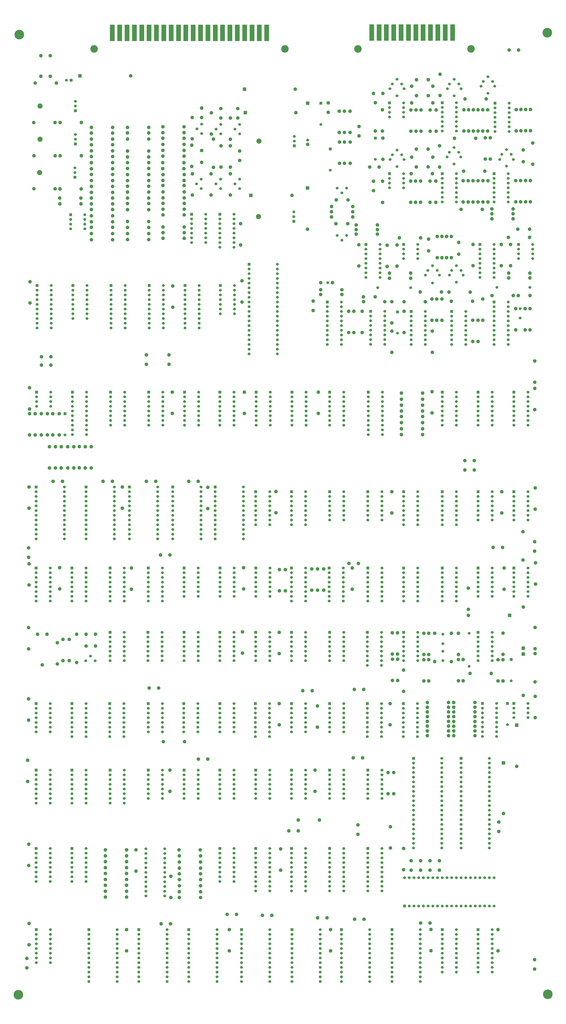
<source format=gbr>
%TF.GenerationSoftware,KiCad,Pcbnew,(6.0.1-0)*%
%TF.CreationDate,2022-02-08T11:31:06-05:00*%
%TF.ProjectId,atari_gravitar_black_widow,61746172-695f-4677-9261-76697461725f,rev?*%
%TF.SameCoordinates,Original*%
%TF.FileFunction,Soldermask,Bot*%
%TF.FilePolarity,Negative*%
%FSLAX46Y46*%
G04 Gerber Fmt 4.6, Leading zero omitted, Abs format (unit mm)*
G04 Created by KiCad (PCBNEW (6.0.1-0)) date 2022-02-08 11:31:06*
%MOMM*%
%LPD*%
G01*
G04 APERTURE LIST*
%ADD10C,1.905000*%
%ADD11R,1.524000X1.524000*%
%ADD12C,1.524000*%
%ADD13R,1.905000X1.905000*%
%ADD14C,4.064000*%
%ADD15C,2.794000*%
%ADD16R,2.540000X8.890000*%
%ADD17C,5.207000*%
G04 APERTURE END LIST*
D10*
X59156600Y-112826800D03*
X70586600Y-112826800D03*
X212471000Y-87630000D03*
X212471000Y-99060000D03*
X297942000Y-351917000D03*
X297942000Y-363347000D03*
D11*
X303784000Y-389763000D03*
D12*
X303784000Y-392303000D03*
X303784000Y-394843000D03*
X303784000Y-397383000D03*
X311404000Y-397383000D03*
X311404000Y-394843000D03*
X311404000Y-392303000D03*
X311404000Y-389763000D03*
D10*
X214376000Y-118745000D03*
X208026000Y-118745000D03*
X42418000Y-273304000D03*
X42418000Y-284734000D03*
X150368000Y-511556000D03*
X150368000Y-522986000D03*
X209677000Y-70993000D03*
X209677000Y-82423000D03*
D11*
X145288000Y-126492000D03*
D12*
X145288000Y-129032000D03*
X145288000Y-131572000D03*
X145288000Y-134112000D03*
X145288000Y-136652000D03*
X145288000Y-139192000D03*
X145288000Y-141732000D03*
X145288000Y-144272000D03*
X152908000Y-144272000D03*
X152908000Y-141732000D03*
X152908000Y-139192000D03*
X152908000Y-136652000D03*
X152908000Y-134112000D03*
X152908000Y-131572000D03*
X152908000Y-129032000D03*
X152908000Y-126492000D03*
X238252000Y-94488000D03*
X240792000Y-91948000D03*
X243332000Y-94488000D03*
D11*
X142748000Y-273304000D03*
D12*
X142748000Y-275844000D03*
X142748000Y-278384000D03*
X142748000Y-280924000D03*
X142748000Y-283464000D03*
X142748000Y-286004000D03*
X142748000Y-288544000D03*
X142748000Y-291084000D03*
X142748000Y-293624000D03*
X142748000Y-296164000D03*
X142748000Y-298704000D03*
X142748000Y-301244000D03*
X157988000Y-301244000D03*
X157988000Y-298704000D03*
X157988000Y-296164000D03*
X157988000Y-293624000D03*
X157988000Y-291084000D03*
X157988000Y-288544000D03*
X157988000Y-286004000D03*
X157988000Y-283464000D03*
X157988000Y-280924000D03*
X157988000Y-278384000D03*
X157988000Y-275844000D03*
X157988000Y-273304000D03*
D10*
X244348000Y-479298000D03*
X244348000Y-467868000D03*
X315341000Y-385953000D03*
X315341000Y-397383000D03*
X238252000Y-363220000D03*
X238252000Y-351790000D03*
X42926000Y-162814000D03*
X42926000Y-174244000D03*
X287020000Y-183515000D03*
X287020000Y-172085000D03*
D12*
X238252000Y-56388000D03*
X240792000Y-53848000D03*
X243332000Y-56388000D03*
X267970000Y-58928000D03*
D10*
X263652000Y-479552000D03*
X263652000Y-474472000D03*
X134874000Y-487934000D03*
X123444000Y-487934000D03*
D12*
X203454000Y-163322000D03*
D13*
X298196000Y-421767000D03*
D10*
X298196000Y-449072000D03*
D14*
X219710000Y-37465000D03*
D11*
X145288000Y-467868000D03*
D12*
X145288000Y-470408000D03*
X145288000Y-472948000D03*
X145288000Y-475488000D03*
X145288000Y-478028000D03*
X145288000Y-480568000D03*
X145288000Y-483108000D03*
X145288000Y-485648000D03*
X152908000Y-485648000D03*
X152908000Y-483108000D03*
X152908000Y-480568000D03*
X152908000Y-478028000D03*
X152908000Y-475488000D03*
X152908000Y-472948000D03*
X152908000Y-470408000D03*
X152908000Y-467868000D03*
D10*
X145923000Y-89662000D03*
X145923000Y-101092000D03*
X140716000Y-83312000D03*
X140716000Y-71882000D03*
X130505200Y-116128800D03*
X130505200Y-104698800D03*
D11*
X210820000Y-511556000D03*
D12*
X210820000Y-514096000D03*
X210820000Y-516636000D03*
X210820000Y-519176000D03*
X210820000Y-521716000D03*
X210820000Y-524256000D03*
X210820000Y-526796000D03*
X210820000Y-529336000D03*
X210820000Y-531876000D03*
X210820000Y-534416000D03*
X210820000Y-536956000D03*
X210820000Y-539496000D03*
X226060000Y-539496000D03*
X226060000Y-536956000D03*
X226060000Y-534416000D03*
X226060000Y-531876000D03*
X226060000Y-529336000D03*
X226060000Y-526796000D03*
X226060000Y-524256000D03*
X226060000Y-521716000D03*
X226060000Y-519176000D03*
X226060000Y-516636000D03*
X226060000Y-514096000D03*
X226060000Y-511556000D03*
D10*
X114554000Y-82550000D03*
X125984000Y-82550000D03*
D15*
X166370000Y-87122000D03*
D11*
X185420000Y-89662000D03*
D12*
X185420000Y-87122000D03*
X185420000Y-84582000D03*
D10*
X49123600Y-203149200D03*
X54203600Y-203149200D03*
X248666000Y-95758000D03*
X260096000Y-95758000D03*
X279400000Y-81661000D03*
X279400000Y-70231000D03*
X309880000Y-177292000D03*
X309880000Y-188722000D03*
X230251000Y-134747000D03*
X218821000Y-134747000D03*
X56515000Y-94996000D03*
X45085000Y-94996000D03*
X76073000Y-120904000D03*
X87503000Y-120904000D03*
D11*
X86106000Y-425704000D03*
D12*
X86106000Y-428244000D03*
X86106000Y-430784000D03*
X86106000Y-433324000D03*
X86106000Y-435864000D03*
X86106000Y-438404000D03*
X86106000Y-440944000D03*
X86106000Y-443484000D03*
X93726000Y-443484000D03*
X93726000Y-440944000D03*
X93726000Y-438404000D03*
X93726000Y-435864000D03*
X93726000Y-433324000D03*
X93726000Y-430784000D03*
X93726000Y-428244000D03*
X93726000Y-425704000D03*
D10*
X243205000Y-226060000D03*
X254635000Y-226060000D03*
X237998000Y-173583600D03*
X237998000Y-185013600D03*
D13*
X305308000Y-401447000D03*
D10*
X305308000Y-423672000D03*
X248285000Y-81788000D03*
X248285000Y-70358000D03*
X87376000Y-270256000D03*
X82296000Y-270256000D03*
D11*
X164592000Y-351536000D03*
D12*
X164592000Y-354076000D03*
X164592000Y-356616000D03*
X164592000Y-359156000D03*
X164592000Y-361696000D03*
X164592000Y-364236000D03*
X164592000Y-366776000D03*
X172212000Y-366776000D03*
X172212000Y-364236000D03*
X172212000Y-361696000D03*
X172212000Y-359156000D03*
X172212000Y-356616000D03*
X172212000Y-354076000D03*
X172212000Y-351536000D03*
D10*
X76073000Y-82804000D03*
X87503000Y-82804000D03*
D11*
X96520000Y-273304000D03*
D12*
X96520000Y-275844000D03*
X96520000Y-278384000D03*
X96520000Y-280924000D03*
X96520000Y-283464000D03*
X96520000Y-286004000D03*
X96520000Y-288544000D03*
X96520000Y-291084000D03*
X96520000Y-293624000D03*
X96520000Y-296164000D03*
X96520000Y-298704000D03*
X96520000Y-301244000D03*
X111760000Y-301244000D03*
X111760000Y-298704000D03*
X111760000Y-296164000D03*
X111760000Y-293624000D03*
X111760000Y-291084000D03*
X111760000Y-288544000D03*
X111760000Y-286004000D03*
X111760000Y-283464000D03*
X111760000Y-280924000D03*
X111760000Y-278384000D03*
X111760000Y-275844000D03*
X111760000Y-273304000D03*
D10*
X187579000Y-458343000D03*
X182499000Y-458343000D03*
X232918000Y-81661000D03*
X232918000Y-70231000D03*
X114706400Y-117703600D03*
X126136400Y-117703600D03*
X295656000Y-453644000D03*
X295656000Y-458724000D03*
D11*
X74676000Y-511556000D03*
D12*
X74676000Y-514096000D03*
X74676000Y-516636000D03*
X74676000Y-519176000D03*
X74676000Y-521716000D03*
X74676000Y-524256000D03*
X74676000Y-526796000D03*
X74676000Y-529336000D03*
X74676000Y-531876000D03*
X74676000Y-534416000D03*
X74676000Y-536956000D03*
X74676000Y-539496000D03*
X89916000Y-539496000D03*
X89916000Y-536956000D03*
X89916000Y-534416000D03*
X89916000Y-531876000D03*
X89916000Y-529336000D03*
X89916000Y-526796000D03*
X89916000Y-524256000D03*
X89916000Y-521716000D03*
X89916000Y-519176000D03*
X89916000Y-516636000D03*
X89916000Y-514096000D03*
X89916000Y-511556000D03*
D10*
X76073000Y-92329000D03*
X87503000Y-92329000D03*
X83566000Y-490855000D03*
X94996000Y-490855000D03*
X55245000Y-245237000D03*
X55245000Y-233807000D03*
D11*
X86106000Y-351536000D03*
D12*
X86106000Y-354076000D03*
X86106000Y-356616000D03*
X86106000Y-359156000D03*
X86106000Y-361696000D03*
X86106000Y-364236000D03*
X86106000Y-366776000D03*
X93726000Y-366776000D03*
X93726000Y-364236000D03*
X93726000Y-361696000D03*
X93726000Y-359156000D03*
X93726000Y-356616000D03*
X93726000Y-354076000D03*
X93726000Y-351536000D03*
D10*
X237109000Y-389890000D03*
X237109000Y-401320000D03*
X70358000Y-117729000D03*
X58928000Y-117729000D03*
X229108000Y-66421000D03*
X229108000Y-81661000D03*
D11*
X244348000Y-275844000D03*
D12*
X244348000Y-278384000D03*
X244348000Y-280924000D03*
X244348000Y-283464000D03*
X244348000Y-286004000D03*
X244348000Y-288544000D03*
X244348000Y-291084000D03*
X244348000Y-293624000D03*
X251968000Y-293624000D03*
X251968000Y-291084000D03*
X251968000Y-288544000D03*
X251968000Y-286004000D03*
X251968000Y-283464000D03*
X251968000Y-280924000D03*
X251968000Y-278384000D03*
X251968000Y-275844000D03*
D10*
X114655600Y-126847600D03*
X126085600Y-126847600D03*
D11*
X65151000Y-54356000D03*
D12*
X62611000Y-54356000D03*
X275209000Y-95631000D03*
D11*
X85979000Y-389890000D03*
D12*
X85979000Y-392430000D03*
X85979000Y-394970000D03*
X85979000Y-397510000D03*
X85979000Y-400050000D03*
X85979000Y-402590000D03*
X85979000Y-405130000D03*
X85979000Y-407670000D03*
X93599000Y-407670000D03*
X93599000Y-405130000D03*
X93599000Y-402590000D03*
X93599000Y-400050000D03*
X93599000Y-397510000D03*
X93599000Y-394970000D03*
X93599000Y-392430000D03*
X93599000Y-389890000D03*
D10*
X68072000Y-352552000D03*
X68072000Y-367792000D03*
X59182000Y-77089000D03*
X70612000Y-77089000D03*
X312674000Y-108331000D03*
X312674000Y-119761000D03*
D11*
X244348000Y-316865000D03*
D12*
X244348000Y-319405000D03*
X244348000Y-321945000D03*
X244348000Y-324485000D03*
X244348000Y-327025000D03*
X244348000Y-329565000D03*
X244348000Y-332105000D03*
X244348000Y-334645000D03*
X251968000Y-334645000D03*
X251968000Y-332105000D03*
X251968000Y-329565000D03*
X251968000Y-327025000D03*
X251968000Y-324485000D03*
X251968000Y-321945000D03*
X251968000Y-319405000D03*
X251968000Y-316865000D03*
D10*
X45720000Y-233807000D03*
X45720000Y-245237000D03*
D15*
X48387000Y-86106000D03*
D11*
X67437000Y-88646000D03*
D12*
X67437000Y-86106000D03*
X67437000Y-83566000D03*
D11*
X204470000Y-425704000D03*
D12*
X204470000Y-428244000D03*
X204470000Y-430784000D03*
X204470000Y-433324000D03*
X204470000Y-435864000D03*
X204470000Y-438404000D03*
X204470000Y-440944000D03*
X212090000Y-440944000D03*
X212090000Y-438404000D03*
X212090000Y-435864000D03*
X212090000Y-433324000D03*
X212090000Y-430784000D03*
X212090000Y-428244000D03*
X212090000Y-425704000D03*
D10*
X114706400Y-120650000D03*
X126136400Y-120650000D03*
X237998000Y-275844000D03*
X237998000Y-287274000D03*
D12*
X307213000Y-182372000D03*
X307213000Y-177292000D03*
D10*
X59817000Y-263017000D03*
X59817000Y-251587000D03*
X288417000Y-96774000D03*
X288417000Y-85344000D03*
D11*
X164592000Y-275844000D03*
D12*
X164592000Y-278384000D03*
X164592000Y-280924000D03*
X164592000Y-283464000D03*
X164592000Y-286004000D03*
X164592000Y-288544000D03*
X164592000Y-291084000D03*
X164592000Y-293624000D03*
X172212000Y-293624000D03*
X172212000Y-291084000D03*
X172212000Y-288544000D03*
X172212000Y-286004000D03*
X172212000Y-283464000D03*
X172212000Y-280924000D03*
X172212000Y-278384000D03*
X172212000Y-275844000D03*
D13*
X308864000Y-363220000D03*
D10*
X308864000Y-385445000D03*
X205486000Y-127889000D03*
X216916000Y-127889000D03*
X76073000Y-111506000D03*
X87503000Y-111506000D03*
X282829000Y-402082000D03*
X271399000Y-402082000D03*
X134874000Y-491109000D03*
X123444000Y-491109000D03*
D11*
X204851000Y-91313000D03*
D12*
X204851000Y-102743000D03*
D11*
X145288000Y-222250000D03*
D12*
X145288000Y-224790000D03*
X145288000Y-227330000D03*
X145288000Y-229870000D03*
X145288000Y-232410000D03*
X145288000Y-234950000D03*
X145288000Y-237490000D03*
X145288000Y-240030000D03*
X152908000Y-240030000D03*
X152908000Y-237490000D03*
X152908000Y-234950000D03*
X152908000Y-232410000D03*
X152908000Y-229870000D03*
X152908000Y-227330000D03*
X152908000Y-224790000D03*
X152908000Y-222250000D03*
D10*
X52324000Y-233807000D03*
X52324000Y-245237000D03*
X95504000Y-130352800D03*
X106934000Y-130352800D03*
D11*
X46355000Y-511556000D03*
D12*
X46355000Y-514096000D03*
X46355000Y-516636000D03*
X46355000Y-519176000D03*
X46355000Y-521716000D03*
X46355000Y-524256000D03*
X46355000Y-526796000D03*
X46355000Y-529336000D03*
X53975000Y-529336000D03*
X53975000Y-526796000D03*
X53975000Y-524256000D03*
X53975000Y-521716000D03*
X53975000Y-519176000D03*
X53975000Y-516636000D03*
X53975000Y-514096000D03*
X53975000Y-511556000D03*
D10*
X241046000Y-351790000D03*
X241046000Y-363220000D03*
D11*
X86106000Y-316865000D03*
D12*
X86106000Y-319405000D03*
X86106000Y-321945000D03*
X86106000Y-324485000D03*
X86106000Y-327025000D03*
X86106000Y-329565000D03*
X86106000Y-332105000D03*
X86106000Y-334645000D03*
X93726000Y-334645000D03*
X93726000Y-332105000D03*
X93726000Y-329565000D03*
X93726000Y-327025000D03*
X93726000Y-324485000D03*
X93726000Y-321945000D03*
X93726000Y-319405000D03*
X93726000Y-316865000D03*
X135509000Y-77978000D03*
X132969000Y-80518000D03*
X135509000Y-83058000D03*
D10*
X196596000Y-425704000D03*
X196596000Y-437134000D03*
X63246000Y-263017000D03*
X63246000Y-251587000D03*
X235458000Y-143129000D03*
X235458000Y-154559000D03*
X42418000Y-508254000D03*
X42418000Y-519684000D03*
X207899000Y-131572000D03*
X214249000Y-131572000D03*
D11*
X46228000Y-425704000D03*
D12*
X46228000Y-428244000D03*
X46228000Y-430784000D03*
X46228000Y-433324000D03*
X46228000Y-435864000D03*
X46228000Y-438404000D03*
X46228000Y-440944000D03*
X46228000Y-443484000D03*
X53848000Y-443484000D03*
X53848000Y-440944000D03*
X53848000Y-438404000D03*
X53848000Y-435864000D03*
X53848000Y-433324000D03*
X53848000Y-430784000D03*
X53848000Y-428244000D03*
X53848000Y-425704000D03*
D11*
X265176000Y-104648000D03*
D12*
X265176000Y-107188000D03*
X265176000Y-109728000D03*
X265176000Y-112268000D03*
X265176000Y-114808000D03*
X265176000Y-117348000D03*
X265176000Y-119888000D03*
X272796000Y-119888000D03*
X272796000Y-117348000D03*
X272796000Y-114808000D03*
X272796000Y-112268000D03*
X272796000Y-109728000D03*
X272796000Y-107188000D03*
X272796000Y-104648000D03*
D10*
X307594000Y-70104000D03*
X307594000Y-81534000D03*
X259715000Y-221996000D03*
X259715000Y-233426000D03*
X216916000Y-122301000D03*
X205486000Y-122301000D03*
X288163000Y-103251000D03*
X276733000Y-103251000D03*
D11*
X284480000Y-222250000D03*
D12*
X284480000Y-224790000D03*
X284480000Y-227330000D03*
X284480000Y-229870000D03*
X284480000Y-232410000D03*
X284480000Y-234950000D03*
X284480000Y-237490000D03*
X284480000Y-240030000D03*
X292100000Y-240030000D03*
X292100000Y-237490000D03*
X292100000Y-234950000D03*
X292100000Y-232410000D03*
X292100000Y-229870000D03*
X292100000Y-227330000D03*
X292100000Y-224790000D03*
X292100000Y-222250000D03*
D10*
X233172000Y-61468000D03*
X228092000Y-61468000D03*
X236728000Y-160909000D03*
X248158000Y-160909000D03*
X76073000Y-85979000D03*
X87503000Y-85979000D03*
X257175000Y-407162000D03*
X268605000Y-407162000D03*
D13*
X158623000Y-59182000D03*
D10*
X185928000Y-59182000D03*
X42164000Y-348996000D03*
X42164000Y-360426000D03*
X134874000Y-471805000D03*
X123444000Y-471805000D03*
X157226000Y-162306000D03*
X157226000Y-173736000D03*
D11*
X225044000Y-275844000D03*
D12*
X225044000Y-278384000D03*
X225044000Y-280924000D03*
X225044000Y-283464000D03*
X225044000Y-286004000D03*
X225044000Y-288544000D03*
X225044000Y-291084000D03*
X232664000Y-291084000D03*
X232664000Y-288544000D03*
X232664000Y-286004000D03*
X232664000Y-283464000D03*
X232664000Y-280924000D03*
X232664000Y-278384000D03*
X232664000Y-275844000D03*
D11*
X183896000Y-351536000D03*
D12*
X183896000Y-354076000D03*
X183896000Y-356616000D03*
X183896000Y-359156000D03*
X183896000Y-361696000D03*
X183896000Y-364236000D03*
X183896000Y-366776000D03*
X191516000Y-366776000D03*
X191516000Y-364236000D03*
X191516000Y-361696000D03*
X191516000Y-359156000D03*
X191516000Y-356616000D03*
X191516000Y-354076000D03*
X191516000Y-351536000D03*
D11*
X226568000Y-178689000D03*
D12*
X226568000Y-181229000D03*
X226568000Y-183769000D03*
X226568000Y-186309000D03*
X226568000Y-188849000D03*
X226568000Y-191389000D03*
X226568000Y-193929000D03*
X226568000Y-196469000D03*
X234188000Y-196469000D03*
X234188000Y-193929000D03*
X234188000Y-191389000D03*
X234188000Y-188849000D03*
X234188000Y-186309000D03*
X234188000Y-183769000D03*
X234188000Y-181229000D03*
X234188000Y-178689000D03*
D10*
X114554000Y-88900000D03*
X125984000Y-88900000D03*
X282829000Y-391795000D03*
X271399000Y-391795000D03*
D16*
X227177600Y-28702000D03*
X231140000Y-28702000D03*
X235102400Y-28702000D03*
X239064800Y-28702000D03*
X243027200Y-28702000D03*
X246989600Y-28702000D03*
X250952000Y-28702000D03*
X254914400Y-28702000D03*
X258876800Y-28702000D03*
X262839200Y-28702000D03*
X266801600Y-28702000D03*
X270764000Y-28702000D03*
D11*
X244348000Y-351536000D03*
D12*
X244348000Y-354076000D03*
X244348000Y-356616000D03*
X244348000Y-359156000D03*
X244348000Y-361696000D03*
X244348000Y-364236000D03*
X244348000Y-366776000D03*
X251968000Y-366776000D03*
X251968000Y-364236000D03*
X251968000Y-361696000D03*
X251968000Y-359156000D03*
X251968000Y-356616000D03*
X251968000Y-354076000D03*
X251968000Y-351536000D03*
X244602000Y-97028000D03*
D10*
X271780000Y-85598000D03*
X283210000Y-85598000D03*
X53848000Y-41148000D03*
X48768000Y-41148000D03*
X49123600Y-207670400D03*
X54203600Y-207670400D03*
X297053000Y-154178000D03*
X297053000Y-142748000D03*
X95504000Y-82677000D03*
X106934000Y-82677000D03*
D12*
X155956000Y-78105000D03*
X153416000Y-80645000D03*
X155956000Y-83185000D03*
D10*
X194818000Y-328803000D03*
X194818000Y-317373000D03*
D11*
X145542000Y-164846000D03*
D12*
X145542000Y-167386000D03*
X145542000Y-169926000D03*
X145542000Y-172466000D03*
X145542000Y-175006000D03*
X145542000Y-177546000D03*
X145542000Y-180086000D03*
X153162000Y-180086000D03*
X153162000Y-177546000D03*
X153162000Y-175006000D03*
X153162000Y-172466000D03*
X153162000Y-169926000D03*
X153162000Y-167386000D03*
X153162000Y-164846000D03*
D10*
X110744000Y-270256000D03*
X105664000Y-270256000D03*
D12*
X155956000Y-107569000D03*
X153416000Y-110109000D03*
X155956000Y-112649000D03*
D10*
X150977600Y-86106000D03*
X150977600Y-74676000D03*
X312547000Y-177292000D03*
X312547000Y-188722000D03*
D11*
X46736000Y-164846000D03*
D12*
X46736000Y-167386000D03*
X46736000Y-169926000D03*
X46736000Y-172466000D03*
X46736000Y-175006000D03*
X46736000Y-177546000D03*
X46736000Y-180086000D03*
X46736000Y-182626000D03*
X46736000Y-185166000D03*
X46736000Y-187706000D03*
X54356000Y-187706000D03*
X54356000Y-185166000D03*
X54356000Y-182626000D03*
X54356000Y-180086000D03*
X54356000Y-177546000D03*
X54356000Y-175006000D03*
X54356000Y-172466000D03*
X54356000Y-169926000D03*
X54356000Y-167386000D03*
X54356000Y-164846000D03*
D10*
X197993000Y-328803000D03*
X197993000Y-317373000D03*
X209804000Y-87630000D03*
X209804000Y-99060000D03*
X119888000Y-165100000D03*
X119888000Y-176530000D03*
X141859000Y-85979000D03*
X141859000Y-101219000D03*
D11*
X65532000Y-425704000D03*
D12*
X65532000Y-428244000D03*
X65532000Y-430784000D03*
X65532000Y-433324000D03*
X65532000Y-435864000D03*
X65532000Y-438404000D03*
X65532000Y-440944000D03*
X65532000Y-443484000D03*
X73152000Y-443484000D03*
X73152000Y-440944000D03*
X73152000Y-438404000D03*
X73152000Y-435864000D03*
X73152000Y-433324000D03*
X73152000Y-430784000D03*
X73152000Y-428244000D03*
X73152000Y-425704000D03*
X145796000Y-78105000D03*
X143256000Y-80645000D03*
X145796000Y-83185000D03*
D11*
X164465000Y-389890000D03*
D12*
X164465000Y-392430000D03*
X164465000Y-394970000D03*
X164465000Y-397510000D03*
X164465000Y-400050000D03*
X164465000Y-402590000D03*
X164465000Y-405130000D03*
X164465000Y-407670000D03*
X172085000Y-407670000D03*
X172085000Y-405130000D03*
X172085000Y-402590000D03*
X172085000Y-400050000D03*
X172085000Y-397510000D03*
X172085000Y-394970000D03*
X172085000Y-392430000D03*
X172085000Y-389890000D03*
D11*
X293674800Y-66700400D03*
D12*
X293674800Y-69240400D03*
X293674800Y-71780400D03*
X293674800Y-74320400D03*
X293674800Y-76860400D03*
X293674800Y-79400400D03*
X293674800Y-81940400D03*
X301294800Y-81940400D03*
X301294800Y-79400400D03*
X301294800Y-76860400D03*
X301294800Y-74320400D03*
X301294800Y-71780400D03*
X301294800Y-69240400D03*
X301294800Y-66700400D03*
D10*
X259080000Y-511429000D03*
X259080000Y-522859000D03*
X94996000Y-511556000D03*
X94996000Y-522986000D03*
X312801000Y-81534000D03*
X312801000Y-70104000D03*
X41656000Y-420370000D03*
X41656000Y-431800000D03*
D11*
X125984000Y-351536000D03*
D12*
X125984000Y-354076000D03*
X125984000Y-356616000D03*
X125984000Y-359156000D03*
X125984000Y-361696000D03*
X125984000Y-364236000D03*
X125984000Y-366776000D03*
X133604000Y-366776000D03*
X133604000Y-364236000D03*
X133604000Y-361696000D03*
X133604000Y-359156000D03*
X133604000Y-356616000D03*
X133604000Y-354076000D03*
X133604000Y-351536000D03*
D11*
X265176000Y-511556000D03*
D12*
X265176000Y-514096000D03*
X265176000Y-516636000D03*
X265176000Y-519176000D03*
X265176000Y-521716000D03*
X265176000Y-524256000D03*
X265176000Y-526796000D03*
X265176000Y-529336000D03*
X265176000Y-531876000D03*
X265176000Y-534416000D03*
X272796000Y-534416000D03*
X272796000Y-531876000D03*
X272796000Y-529336000D03*
X272796000Y-526796000D03*
X272796000Y-524256000D03*
X272796000Y-521716000D03*
X272796000Y-519176000D03*
X272796000Y-516636000D03*
X272796000Y-514096000D03*
X272796000Y-511556000D03*
D10*
X114655600Y-105105200D03*
X126085600Y-105105200D03*
X177292000Y-389890000D03*
X177292000Y-401320000D03*
X217525600Y-190144400D03*
X217525600Y-178714400D03*
X262509000Y-149860000D03*
X262509000Y-138430000D03*
X300990000Y-160782000D03*
X312420000Y-160782000D03*
D11*
X126238000Y-222250000D03*
D12*
X126238000Y-224790000D03*
X126238000Y-227330000D03*
X126238000Y-229870000D03*
X126238000Y-232410000D03*
X126238000Y-234950000D03*
X126238000Y-237490000D03*
X126238000Y-240030000D03*
X133858000Y-240030000D03*
X133858000Y-237490000D03*
X133858000Y-234950000D03*
X133858000Y-232410000D03*
X133858000Y-229870000D03*
X133858000Y-227330000D03*
X133858000Y-224790000D03*
X133858000Y-222250000D03*
D13*
X69913500Y-51943000D03*
D10*
X97218500Y-51943000D03*
X308864000Y-98171000D03*
X308864000Y-91821000D03*
D11*
X46228000Y-316865000D03*
D12*
X46228000Y-319405000D03*
X46228000Y-321945000D03*
X46228000Y-324485000D03*
X46228000Y-327025000D03*
X46228000Y-329565000D03*
X46228000Y-332105000D03*
X46228000Y-334645000D03*
X53848000Y-334645000D03*
X53848000Y-332105000D03*
X53848000Y-329565000D03*
X53848000Y-327025000D03*
X53848000Y-324485000D03*
X53848000Y-321945000D03*
X53848000Y-319405000D03*
X53848000Y-316865000D03*
D11*
X284480000Y-511556000D03*
D12*
X284480000Y-514096000D03*
X284480000Y-516636000D03*
X284480000Y-519176000D03*
X284480000Y-521716000D03*
X284480000Y-524256000D03*
X284480000Y-526796000D03*
X284480000Y-529336000D03*
X284480000Y-531876000D03*
X284480000Y-534416000D03*
X292100000Y-534416000D03*
X292100000Y-531876000D03*
X292100000Y-529336000D03*
X292100000Y-526796000D03*
X292100000Y-524256000D03*
X292100000Y-521716000D03*
X292100000Y-519176000D03*
X292100000Y-516636000D03*
X292100000Y-514096000D03*
X292100000Y-511556000D03*
D11*
X145288000Y-351536000D03*
D12*
X145288000Y-354076000D03*
X145288000Y-356616000D03*
X145288000Y-359156000D03*
X145288000Y-361696000D03*
X145288000Y-364236000D03*
X145288000Y-366776000D03*
X152908000Y-366776000D03*
X152908000Y-364236000D03*
X152908000Y-361696000D03*
X152908000Y-359156000D03*
X152908000Y-356616000D03*
X152908000Y-354076000D03*
X152908000Y-351536000D03*
D10*
X216662000Y-316865000D03*
X216662000Y-328295000D03*
X100076000Y-468630000D03*
X100076000Y-480060000D03*
X282829000Y-396875000D03*
X271399000Y-396875000D03*
X83566000Y-481330000D03*
X94996000Y-481330000D03*
X197866000Y-402590000D03*
X197866000Y-391160000D03*
X83566000Y-484505000D03*
X94996000Y-484505000D03*
X155956000Y-97536000D03*
X155956000Y-92456000D03*
D11*
X225044000Y-467868000D03*
D12*
X225044000Y-470408000D03*
X225044000Y-472948000D03*
X225044000Y-475488000D03*
X225044000Y-478028000D03*
X225044000Y-480568000D03*
X225044000Y-483108000D03*
X225044000Y-485648000D03*
X225044000Y-488188000D03*
X225044000Y-490728000D03*
X232664000Y-490728000D03*
X232664000Y-488188000D03*
X232664000Y-485648000D03*
X232664000Y-483108000D03*
X232664000Y-480568000D03*
X232664000Y-478028000D03*
X232664000Y-475488000D03*
X232664000Y-472948000D03*
X232664000Y-470408000D03*
X232664000Y-467868000D03*
D11*
X204470000Y-467868000D03*
D12*
X204470000Y-470408000D03*
X204470000Y-472948000D03*
X204470000Y-475488000D03*
X204470000Y-478028000D03*
X204470000Y-480568000D03*
X204470000Y-483108000D03*
X204470000Y-485648000D03*
X204470000Y-488188000D03*
X204470000Y-490728000D03*
X212090000Y-490728000D03*
X212090000Y-488188000D03*
X212090000Y-485648000D03*
X212090000Y-483108000D03*
X212090000Y-480568000D03*
X212090000Y-478028000D03*
X212090000Y-475488000D03*
X212090000Y-472948000D03*
X212090000Y-470408000D03*
X212090000Y-467868000D03*
D10*
X279146000Y-119888000D03*
X279146000Y-108458000D03*
X315214000Y-348869000D03*
X315214000Y-360299000D03*
X201295000Y-317373000D03*
X201295000Y-328803000D03*
D13*
X192659000Y-66675000D03*
D10*
X192659000Y-88900000D03*
D12*
X105410000Y-467995000D03*
X105410000Y-470535000D03*
X105410000Y-473075000D03*
X105410000Y-475615000D03*
X105410000Y-478155000D03*
X105410000Y-480695000D03*
X105410000Y-483235000D03*
X105410000Y-485775000D03*
X105410000Y-488315000D03*
X105410000Y-490855000D03*
X105410000Y-493395000D03*
X115570000Y-493395000D03*
X115570000Y-490855000D03*
X115570000Y-488315000D03*
X115570000Y-485775000D03*
X115570000Y-483235000D03*
X115570000Y-480695000D03*
X115570000Y-478155000D03*
X115570000Y-475615000D03*
X115570000Y-473075000D03*
X115570000Y-470535000D03*
X115570000Y-467995000D03*
D10*
X114706400Y-114427000D03*
X126136400Y-114427000D03*
D11*
X203200000Y-173736000D03*
D12*
X203200000Y-176276000D03*
X203200000Y-178816000D03*
X203200000Y-181356000D03*
X203200000Y-183896000D03*
X203200000Y-186436000D03*
X203200000Y-188976000D03*
X203200000Y-191516000D03*
X203200000Y-194056000D03*
X203200000Y-196596000D03*
X210820000Y-196596000D03*
X210820000Y-194056000D03*
X210820000Y-191516000D03*
X210820000Y-188976000D03*
X210820000Y-186436000D03*
X210820000Y-183896000D03*
X210820000Y-181356000D03*
X210820000Y-178816000D03*
X210820000Y-176276000D03*
X210820000Y-173736000D03*
D11*
X106934000Y-222250000D03*
D12*
X106934000Y-224790000D03*
X106934000Y-227330000D03*
X106934000Y-229870000D03*
X106934000Y-232410000D03*
X106934000Y-234950000D03*
X106934000Y-237490000D03*
X106934000Y-240030000D03*
X114554000Y-240030000D03*
X114554000Y-237490000D03*
X114554000Y-234950000D03*
X114554000Y-232410000D03*
X114554000Y-229870000D03*
X114554000Y-227330000D03*
X114554000Y-224790000D03*
X114554000Y-222250000D03*
D10*
X312496200Y-170281600D03*
X306146200Y-170281600D03*
X275336000Y-123825000D03*
X286766000Y-123825000D03*
X280289000Y-168402000D03*
X268859000Y-168402000D03*
D11*
X285496000Y-142748000D03*
D12*
X285496000Y-145288000D03*
X285496000Y-147828000D03*
X285496000Y-150368000D03*
X285496000Y-152908000D03*
X285496000Y-155448000D03*
X285496000Y-157988000D03*
X285496000Y-160528000D03*
X293116000Y-160528000D03*
X293116000Y-157988000D03*
X293116000Y-155448000D03*
X293116000Y-152908000D03*
X293116000Y-150368000D03*
X293116000Y-147828000D03*
X293116000Y-145288000D03*
X293116000Y-142748000D03*
D10*
X117856000Y-207264000D03*
X117856000Y-202184000D03*
X211074000Y-169672000D03*
X199644000Y-169672000D03*
X248158000Y-158115000D03*
X236728000Y-158115000D03*
D12*
X297307000Y-94234000D03*
X299847000Y-91694000D03*
X302387000Y-94234000D03*
D11*
X183896000Y-467868000D03*
D12*
X183896000Y-470408000D03*
X183896000Y-472948000D03*
X183896000Y-475488000D03*
X183896000Y-478028000D03*
X183896000Y-480568000D03*
X183896000Y-483108000D03*
X183896000Y-485648000D03*
X183896000Y-488188000D03*
X183896000Y-490728000D03*
X191516000Y-490728000D03*
X191516000Y-488188000D03*
X191516000Y-485648000D03*
X191516000Y-483108000D03*
X191516000Y-480568000D03*
X191516000Y-478028000D03*
X191516000Y-475488000D03*
X191516000Y-472948000D03*
X191516000Y-470408000D03*
X191516000Y-467868000D03*
D15*
X48133000Y-104013000D03*
D11*
X67183000Y-106553000D03*
D12*
X67183000Y-104013000D03*
X67183000Y-101473000D03*
D10*
X83566000Y-471805000D03*
X94996000Y-471805000D03*
X97663000Y-316865000D03*
X97663000Y-328295000D03*
X69545200Y-262991600D03*
X69545200Y-251561600D03*
X95504000Y-108331000D03*
X106934000Y-108331000D03*
D13*
X301498000Y-342392000D03*
D10*
X279273000Y-342392000D03*
X300863000Y-138938000D03*
X312293000Y-138938000D03*
D11*
X106680000Y-425704000D03*
D12*
X106680000Y-428244000D03*
X106680000Y-430784000D03*
X106680000Y-433324000D03*
X106680000Y-435864000D03*
X106680000Y-438404000D03*
X106680000Y-440944000D03*
X114300000Y-440944000D03*
X114300000Y-438404000D03*
X114300000Y-435864000D03*
X114300000Y-433324000D03*
X114300000Y-430784000D03*
X114300000Y-428244000D03*
X114300000Y-425704000D03*
X257429000Y-156718000D03*
X259969000Y-154178000D03*
X262509000Y-156718000D03*
D11*
X164592000Y-425704000D03*
D12*
X164592000Y-428244000D03*
X164592000Y-430784000D03*
X164592000Y-433324000D03*
X164592000Y-435864000D03*
X164592000Y-438404000D03*
X164592000Y-440944000D03*
X172212000Y-440944000D03*
X172212000Y-438404000D03*
X172212000Y-435864000D03*
X172212000Y-433324000D03*
X172212000Y-430784000D03*
X172212000Y-428244000D03*
X172212000Y-425704000D03*
D10*
X303403000Y-128905000D03*
X291973000Y-128905000D03*
D12*
X269113000Y-159258000D03*
D11*
X204470000Y-275844000D03*
D12*
X204470000Y-278384000D03*
X204470000Y-280924000D03*
X204470000Y-283464000D03*
X204470000Y-286004000D03*
X204470000Y-288544000D03*
X204470000Y-291084000D03*
X212090000Y-291084000D03*
X212090000Y-288544000D03*
X212090000Y-286004000D03*
X212090000Y-283464000D03*
X212090000Y-280924000D03*
X212090000Y-278384000D03*
X212090000Y-275844000D03*
D11*
X303784000Y-222250000D03*
D12*
X303784000Y-224790000D03*
X303784000Y-227330000D03*
X303784000Y-229870000D03*
X303784000Y-232410000D03*
X303784000Y-234950000D03*
X303784000Y-237490000D03*
X303784000Y-240030000D03*
X311404000Y-240030000D03*
X311404000Y-237490000D03*
X311404000Y-234950000D03*
X311404000Y-232410000D03*
X311404000Y-229870000D03*
X311404000Y-227330000D03*
X311404000Y-224790000D03*
X311404000Y-222250000D03*
D10*
X42164000Y-387350000D03*
X42164000Y-398780000D03*
X95504000Y-85979000D03*
X106934000Y-85979000D03*
X308737000Y-312547000D03*
X308737000Y-297307000D03*
X203708000Y-71628000D03*
X203708000Y-66548000D03*
X305943000Y-134493000D03*
X312293000Y-134493000D03*
X251206000Y-91440000D03*
X257556000Y-91440000D03*
D11*
X236728000Y-66548000D03*
D12*
X236728000Y-69088000D03*
X236728000Y-71628000D03*
X236728000Y-74168000D03*
X244348000Y-74168000D03*
X244348000Y-71628000D03*
X244348000Y-69088000D03*
X244348000Y-66548000D03*
X208534000Y-112425000D03*
X211074000Y-114965000D03*
X213614000Y-112425000D03*
D17*
X321868800Y-28727400D03*
D10*
X282829000Y-389255000D03*
X271399000Y-389255000D03*
D11*
X125984000Y-316865000D03*
D12*
X125984000Y-319405000D03*
X125984000Y-321945000D03*
X125984000Y-324485000D03*
X125984000Y-327025000D03*
X125984000Y-329565000D03*
X125984000Y-332105000D03*
X133604000Y-332105000D03*
X133604000Y-329565000D03*
X133604000Y-327025000D03*
X133604000Y-324485000D03*
X133604000Y-321945000D03*
X133604000Y-319405000D03*
X133604000Y-316865000D03*
D10*
X157480000Y-351282000D03*
X157480000Y-362712000D03*
X238023400Y-189357000D03*
X238023400Y-200787000D03*
X76073000Y-133477000D03*
X87503000Y-133477000D03*
X52070000Y-352552000D03*
X46990000Y-352552000D03*
X49530000Y-369062000D03*
D11*
X183896000Y-316865000D03*
D12*
X183896000Y-319405000D03*
X183896000Y-321945000D03*
X183896000Y-324485000D03*
X183896000Y-327025000D03*
X183896000Y-329565000D03*
X183896000Y-332105000D03*
X183896000Y-334645000D03*
X191516000Y-334645000D03*
X191516000Y-332105000D03*
X191516000Y-329565000D03*
X191516000Y-327025000D03*
X191516000Y-324485000D03*
X191516000Y-321945000D03*
X191516000Y-319405000D03*
X191516000Y-316865000D03*
D11*
X145415000Y-316865000D03*
D12*
X145415000Y-319405000D03*
X145415000Y-321945000D03*
X145415000Y-324485000D03*
X145415000Y-327025000D03*
X145415000Y-329565000D03*
X145415000Y-332105000D03*
X153035000Y-332105000D03*
X153035000Y-329565000D03*
X153035000Y-327025000D03*
X153035000Y-324485000D03*
X153035000Y-321945000D03*
X153035000Y-319405000D03*
X153035000Y-316865000D03*
X271526000Y-99441000D03*
D10*
X238379000Y-366014000D03*
X238379000Y-377444000D03*
X134874000Y-494284000D03*
X123444000Y-494284000D03*
X134874000Y-481457000D03*
X123444000Y-481457000D03*
X83566000Y-487680000D03*
X94996000Y-487680000D03*
D16*
X87350600Y-28829000D03*
X91313000Y-28829000D03*
X95275400Y-28829000D03*
X99237800Y-28829000D03*
X103200200Y-28829000D03*
X107162600Y-28829000D03*
X111125000Y-28829000D03*
X115087400Y-28829000D03*
X119049800Y-28829000D03*
X123012200Y-28829000D03*
X126974600Y-28829000D03*
X130937000Y-28829000D03*
X134899400Y-28829000D03*
X138861800Y-28829000D03*
X142824200Y-28829000D03*
X146786600Y-28829000D03*
X150749000Y-28829000D03*
X154711400Y-28829000D03*
X158673800Y-28829000D03*
X162636200Y-28829000D03*
X166598600Y-28829000D03*
X170561000Y-28829000D03*
D11*
X275336000Y-419354000D03*
D12*
X275336000Y-421894000D03*
X275336000Y-424434000D03*
X275336000Y-426974000D03*
X275336000Y-429514000D03*
X275336000Y-432054000D03*
X275336000Y-434594000D03*
X275336000Y-437134000D03*
X275336000Y-439674000D03*
X275336000Y-442214000D03*
X275336000Y-444754000D03*
X275336000Y-447294000D03*
X275336000Y-449834000D03*
X275336000Y-452374000D03*
X275336000Y-454914000D03*
X275336000Y-457454000D03*
X275336000Y-459994000D03*
X275336000Y-462534000D03*
X275336000Y-465074000D03*
X275336000Y-467614000D03*
X290576000Y-467614000D03*
X290576000Y-465074000D03*
X290576000Y-462534000D03*
X290576000Y-459994000D03*
X290576000Y-457454000D03*
X290576000Y-454914000D03*
X290576000Y-452374000D03*
X290576000Y-449834000D03*
X290576000Y-447294000D03*
X290576000Y-444754000D03*
X290576000Y-442214000D03*
X290576000Y-439674000D03*
X290576000Y-437134000D03*
X290576000Y-434594000D03*
X290576000Y-432054000D03*
X290576000Y-429514000D03*
X290576000Y-426974000D03*
X290576000Y-424434000D03*
X290576000Y-421894000D03*
X290576000Y-419354000D03*
X267843000Y-95631000D03*
D11*
X284480000Y-316865000D03*
D12*
X284480000Y-319405000D03*
X284480000Y-321945000D03*
X284480000Y-324485000D03*
X284480000Y-327025000D03*
X284480000Y-329565000D03*
X284480000Y-332105000D03*
X292100000Y-332105000D03*
X292100000Y-329565000D03*
X292100000Y-327025000D03*
X292100000Y-324485000D03*
X292100000Y-321945000D03*
X292100000Y-319405000D03*
X292100000Y-316865000D03*
D10*
X251333000Y-54102000D03*
X257683000Y-54102000D03*
X42672000Y-219837000D03*
X42672000Y-231267000D03*
X222758000Y-173583600D03*
X234188000Y-173583600D03*
X250825000Y-108585000D03*
X250825000Y-120015000D03*
X255270000Y-352044000D03*
X255270000Y-363474000D03*
D11*
X86614000Y-164846000D03*
D12*
X86614000Y-167386000D03*
X86614000Y-169926000D03*
X86614000Y-172466000D03*
X86614000Y-175006000D03*
X86614000Y-177546000D03*
X86614000Y-180086000D03*
X86614000Y-182626000D03*
X86614000Y-185166000D03*
X86614000Y-187706000D03*
X94234000Y-187706000D03*
X94234000Y-185166000D03*
X94234000Y-182626000D03*
X94234000Y-180086000D03*
X94234000Y-177546000D03*
X94234000Y-175006000D03*
X94234000Y-172466000D03*
X94234000Y-169926000D03*
X94234000Y-167386000D03*
X94234000Y-164846000D03*
D10*
X281660600Y-183540400D03*
X281660600Y-194970400D03*
X95504000Y-98679000D03*
X106934000Y-98679000D03*
X95504000Y-111379000D03*
X106934000Y-111379000D03*
D11*
X225298000Y-222250000D03*
D12*
X225298000Y-224790000D03*
X225298000Y-227330000D03*
X225298000Y-229870000D03*
X225298000Y-232410000D03*
X225298000Y-234950000D03*
X225298000Y-237490000D03*
X225298000Y-240030000D03*
X225298000Y-242570000D03*
X225298000Y-245110000D03*
X232918000Y-245110000D03*
X232918000Y-242570000D03*
X232918000Y-240030000D03*
X232918000Y-237490000D03*
X232918000Y-234950000D03*
X232918000Y-232410000D03*
X232918000Y-229870000D03*
X232918000Y-227330000D03*
X232918000Y-224790000D03*
X232918000Y-222250000D03*
D11*
X236728000Y-104648000D03*
D12*
X236728000Y-107188000D03*
X236728000Y-109728000D03*
X236728000Y-112268000D03*
X244348000Y-112268000D03*
X244348000Y-109728000D03*
X244348000Y-107188000D03*
X244348000Y-104648000D03*
D11*
X300355000Y-389763000D03*
D12*
X300355000Y-401193000D03*
D10*
X214757000Y-178689000D03*
X214757000Y-190119000D03*
X133604000Y-270256000D03*
X128524000Y-270256000D03*
X306324000Y-38100000D03*
X301244000Y-38100000D03*
D11*
X101600000Y-511556000D03*
D12*
X101600000Y-514096000D03*
X101600000Y-516636000D03*
X101600000Y-519176000D03*
X101600000Y-521716000D03*
X101600000Y-524256000D03*
X101600000Y-526796000D03*
X101600000Y-529336000D03*
X101600000Y-531876000D03*
X101600000Y-534416000D03*
X101600000Y-536956000D03*
X101600000Y-539496000D03*
X116840000Y-539496000D03*
X116840000Y-536956000D03*
X116840000Y-534416000D03*
X116840000Y-531876000D03*
X116840000Y-529336000D03*
X116840000Y-526796000D03*
X116840000Y-524256000D03*
X116840000Y-521716000D03*
X116840000Y-519176000D03*
X116840000Y-516636000D03*
X116840000Y-514096000D03*
X116840000Y-511556000D03*
D11*
X164719000Y-316865000D03*
D12*
X164719000Y-319405000D03*
X164719000Y-321945000D03*
X164719000Y-324485000D03*
X164719000Y-327025000D03*
X164719000Y-329565000D03*
X164719000Y-332105000D03*
X172339000Y-332105000D03*
X172339000Y-329565000D03*
X172339000Y-327025000D03*
X172339000Y-324485000D03*
X172339000Y-321945000D03*
X172339000Y-319405000D03*
X172339000Y-316865000D03*
D10*
X199009000Y-452501000D03*
X187579000Y-452501000D03*
X76073000Y-101981000D03*
X87503000Y-101981000D03*
X297942000Y-366268000D03*
X297942000Y-377698000D03*
D11*
X293116000Y-104648000D03*
D12*
X293116000Y-107188000D03*
X293116000Y-109728000D03*
X293116000Y-112268000D03*
X293116000Y-114808000D03*
X293116000Y-117348000D03*
X293116000Y-119888000D03*
X300736000Y-119888000D03*
X300736000Y-117348000D03*
X300736000Y-114808000D03*
X300736000Y-112268000D03*
X300736000Y-109728000D03*
X300736000Y-107188000D03*
X300736000Y-104648000D03*
D10*
X114554000Y-95250000D03*
X125984000Y-95250000D03*
X304800000Y-119761000D03*
X304800000Y-108331000D03*
X242062000Y-139192000D03*
X253492000Y-139192000D03*
D11*
X65532000Y-467868000D03*
D12*
X65532000Y-470408000D03*
X65532000Y-472948000D03*
X65532000Y-475488000D03*
X65532000Y-478028000D03*
X65532000Y-480568000D03*
X65532000Y-483108000D03*
X65532000Y-485648000D03*
X73152000Y-485648000D03*
X73152000Y-483108000D03*
X73152000Y-480568000D03*
X73152000Y-478028000D03*
X73152000Y-475488000D03*
X73152000Y-472948000D03*
X73152000Y-470408000D03*
X73152000Y-467868000D03*
D10*
X270129000Y-367284000D03*
X270129000Y-352044000D03*
D12*
X269113000Y-56388000D03*
X271653000Y-53848000D03*
X274193000Y-56388000D03*
D10*
X60706000Y-355346000D03*
X60706000Y-366776000D03*
D11*
X284480000Y-351536000D03*
D12*
X284480000Y-354076000D03*
X284480000Y-356616000D03*
X284480000Y-359156000D03*
X284480000Y-361696000D03*
X284480000Y-364236000D03*
X284480000Y-366776000D03*
X292100000Y-366776000D03*
X292100000Y-364236000D03*
X292100000Y-361696000D03*
X292100000Y-359156000D03*
X292100000Y-356616000D03*
X292100000Y-354076000D03*
X292100000Y-351536000D03*
D10*
X222250000Y-419100000D03*
X217170000Y-419100000D03*
X257937000Y-377698000D03*
X257937000Y-366268000D03*
D14*
X180340000Y-37465000D03*
D12*
X236982000Y-58928000D03*
X240792000Y-100838000D03*
D10*
X135509000Y-92202000D03*
X135509000Y-98552000D03*
X258572000Y-479552000D03*
X258572000Y-474472000D03*
X261112000Y-367284000D03*
X261112000Y-352044000D03*
X118872000Y-482854000D03*
X118872000Y-494284000D03*
X70485000Y-120904000D03*
X59055000Y-120904000D03*
X180594000Y-329184000D03*
X180594000Y-317754000D03*
X114579400Y-108305600D03*
X126009400Y-108305600D03*
X312420000Y-158115000D03*
X300990000Y-158115000D03*
X87503000Y-140208000D03*
X76073000Y-140208000D03*
X114503200Y-98704400D03*
X125933200Y-98704400D03*
X175514000Y-275717000D03*
X175514000Y-287147000D03*
X220345000Y-84328000D03*
X220345000Y-79248000D03*
D12*
X271653000Y-62738000D03*
D10*
X83566000Y-468630000D03*
X94996000Y-468630000D03*
X56642000Y-263017000D03*
X56642000Y-251587000D03*
X76098400Y-127355600D03*
X87528400Y-127355600D03*
D11*
X238125000Y-511556000D03*
D12*
X238125000Y-514096000D03*
X238125000Y-516636000D03*
X238125000Y-519176000D03*
X238125000Y-521716000D03*
X238125000Y-524256000D03*
X238125000Y-526796000D03*
X238125000Y-529336000D03*
X238125000Y-531876000D03*
X238125000Y-534416000D03*
X238125000Y-536956000D03*
X238125000Y-539496000D03*
X253365000Y-539496000D03*
X253365000Y-536956000D03*
X253365000Y-534416000D03*
X253365000Y-531876000D03*
X253365000Y-529336000D03*
X253365000Y-526796000D03*
X253365000Y-524256000D03*
X253365000Y-521716000D03*
X253365000Y-519176000D03*
X253365000Y-516636000D03*
X253365000Y-514096000D03*
X253365000Y-511556000D03*
D10*
X243205000Y-222758000D03*
X254635000Y-222758000D03*
D12*
X244602000Y-58928000D03*
X293497000Y-57531000D03*
D11*
X249682000Y-419354000D03*
D12*
X249682000Y-421894000D03*
X249682000Y-424434000D03*
X249682000Y-426974000D03*
X249682000Y-429514000D03*
X249682000Y-432054000D03*
X249682000Y-434594000D03*
X249682000Y-437134000D03*
X249682000Y-439674000D03*
X249682000Y-442214000D03*
X249682000Y-444754000D03*
X249682000Y-447294000D03*
X249682000Y-449834000D03*
X249682000Y-452374000D03*
X249682000Y-454914000D03*
X249682000Y-457454000D03*
X249682000Y-459994000D03*
X249682000Y-462534000D03*
X249682000Y-465074000D03*
X249682000Y-467614000D03*
X264922000Y-467614000D03*
X264922000Y-465074000D03*
X264922000Y-462534000D03*
X264922000Y-459994000D03*
X264922000Y-457454000D03*
X264922000Y-454914000D03*
X264922000Y-452374000D03*
X264922000Y-449834000D03*
X264922000Y-447294000D03*
X264922000Y-444754000D03*
X264922000Y-442214000D03*
X264922000Y-439674000D03*
X264922000Y-437134000D03*
X264922000Y-434594000D03*
X264922000Y-432054000D03*
X264922000Y-429514000D03*
X264922000Y-426974000D03*
X264922000Y-424434000D03*
X264922000Y-421894000D03*
X264922000Y-419354000D03*
D11*
X64897000Y-126746000D03*
D12*
X64897000Y-129286000D03*
X64897000Y-131826000D03*
X64897000Y-134366000D03*
X72517000Y-134366000D03*
X72517000Y-131826000D03*
X72517000Y-129286000D03*
X72517000Y-126746000D03*
D10*
X41275000Y-532130000D03*
X41275000Y-527050000D03*
X156464000Y-131572000D03*
X156464000Y-143002000D03*
X261747000Y-120015000D03*
X261747000Y-108585000D03*
X42164000Y-311150000D03*
X42164000Y-306070000D03*
X76073000Y-114681000D03*
X87503000Y-114681000D03*
X114706400Y-139395200D03*
X126136400Y-139395200D03*
X248412000Y-104648000D03*
X259842000Y-104648000D03*
X76073000Y-108331000D03*
X87503000Y-108331000D03*
D11*
X303784000Y-316865000D03*
D12*
X303784000Y-319405000D03*
X303784000Y-321945000D03*
X303784000Y-324485000D03*
X303784000Y-327025000D03*
X303784000Y-329565000D03*
X303784000Y-332105000D03*
X311404000Y-332105000D03*
X311404000Y-329565000D03*
X311404000Y-327025000D03*
X311404000Y-324485000D03*
X311404000Y-321945000D03*
X311404000Y-319405000D03*
X311404000Y-316865000D03*
D10*
X304800000Y-188722000D03*
X304800000Y-177292000D03*
X314960000Y-307848000D03*
X314960000Y-302768000D03*
X281940000Y-81661000D03*
X281940000Y-70231000D03*
D11*
X229108000Y-85471000D03*
D12*
X229108000Y-96901000D03*
D11*
X302387000Y-366141000D03*
D12*
X302387000Y-377571000D03*
D10*
X177292000Y-351536000D03*
X177292000Y-362966000D03*
D11*
X184150000Y-222250000D03*
D12*
X184150000Y-224790000D03*
X184150000Y-227330000D03*
X184150000Y-229870000D03*
X184150000Y-232410000D03*
X184150000Y-234950000D03*
X184150000Y-237490000D03*
X184150000Y-240030000D03*
X191770000Y-240030000D03*
X191770000Y-237490000D03*
X191770000Y-234950000D03*
X191770000Y-232410000D03*
X191770000Y-229870000D03*
X191770000Y-227330000D03*
X191770000Y-224790000D03*
X191770000Y-222250000D03*
D10*
X282829000Y-394335000D03*
X271399000Y-394335000D03*
X253796800Y-70358000D03*
X253796800Y-81788000D03*
D14*
X280670000Y-37465000D03*
D10*
X287020000Y-81661000D03*
X287020000Y-70231000D03*
D11*
X161036000Y-153416000D03*
D12*
X161036000Y-155956000D03*
X161036000Y-158496000D03*
X161036000Y-161036000D03*
X161036000Y-163576000D03*
X161036000Y-166116000D03*
X161036000Y-168656000D03*
X161036000Y-171196000D03*
X161036000Y-173736000D03*
X161036000Y-176276000D03*
X161036000Y-178816000D03*
X161036000Y-181356000D03*
X161036000Y-183896000D03*
X161036000Y-186436000D03*
X161036000Y-188976000D03*
X161036000Y-191516000D03*
X161036000Y-194056000D03*
X161036000Y-196596000D03*
X161036000Y-199136000D03*
X161036000Y-201676000D03*
X176276000Y-201676000D03*
X176276000Y-199136000D03*
X176276000Y-196596000D03*
X176276000Y-194056000D03*
X176276000Y-191516000D03*
X176276000Y-188976000D03*
X176276000Y-186436000D03*
X176276000Y-183896000D03*
X176276000Y-181356000D03*
X176276000Y-178816000D03*
X176276000Y-176276000D03*
X176276000Y-173736000D03*
X176276000Y-171196000D03*
X176276000Y-168656000D03*
X176276000Y-166116000D03*
X176276000Y-163576000D03*
X176276000Y-161036000D03*
X176276000Y-158496000D03*
X176276000Y-155956000D03*
X176276000Y-153416000D03*
D10*
X75996800Y-263042400D03*
X75996800Y-251612400D03*
D11*
X224790000Y-351536000D03*
D12*
X224790000Y-354076000D03*
X224790000Y-356616000D03*
X224790000Y-359156000D03*
X224790000Y-361696000D03*
X224790000Y-364236000D03*
X224790000Y-366776000D03*
X224790000Y-369316000D03*
X232410000Y-369316000D03*
X232410000Y-366776000D03*
X232410000Y-364236000D03*
X232410000Y-361696000D03*
X232410000Y-359156000D03*
X232410000Y-356616000D03*
X232410000Y-354076000D03*
X232410000Y-351536000D03*
D10*
X138811000Y-273431000D03*
X138811000Y-284861000D03*
D11*
X224790000Y-389890000D03*
D12*
X224790000Y-392430000D03*
X224790000Y-394970000D03*
X224790000Y-397510000D03*
X224790000Y-400050000D03*
X224790000Y-402590000D03*
X224790000Y-405130000D03*
X224790000Y-407670000D03*
X232410000Y-407670000D03*
X232410000Y-405130000D03*
X232410000Y-402590000D03*
X232410000Y-400050000D03*
X232410000Y-397510000D03*
X232410000Y-394970000D03*
X232410000Y-392430000D03*
X232410000Y-389890000D03*
D10*
X253492000Y-508000000D03*
X258572000Y-508000000D03*
X243205000Y-232410000D03*
X254635000Y-232410000D03*
X195580000Y-178308000D03*
X195580000Y-173228000D03*
X83566000Y-494030000D03*
X94996000Y-494030000D03*
X95504000Y-136906000D03*
X106934000Y-136906000D03*
X205994000Y-163322000D03*
X199644000Y-163322000D03*
X114528600Y-101955600D03*
X125958600Y-101955600D03*
D11*
X199771000Y-66675000D03*
D12*
X199771000Y-78105000D03*
D11*
X46228000Y-273304000D03*
D12*
X46228000Y-275844000D03*
X46228000Y-278384000D03*
X46228000Y-280924000D03*
X46228000Y-283464000D03*
X46228000Y-286004000D03*
X46228000Y-288544000D03*
X46228000Y-291084000D03*
X46228000Y-293624000D03*
X46228000Y-296164000D03*
X46228000Y-298704000D03*
X46228000Y-301244000D03*
X61468000Y-301244000D03*
X61468000Y-298704000D03*
X61468000Y-296164000D03*
X61468000Y-293624000D03*
X61468000Y-291084000D03*
X61468000Y-288544000D03*
X61468000Y-286004000D03*
X61468000Y-283464000D03*
X61468000Y-280924000D03*
X61468000Y-278384000D03*
X61468000Y-275844000D03*
X61468000Y-273304000D03*
D10*
X114706400Y-123799600D03*
X126136400Y-123799600D03*
X254635000Y-235331000D03*
X243205000Y-235331000D03*
D13*
X308864000Y-360108500D03*
D10*
X308864000Y-337883500D03*
D11*
X265176000Y-222250000D03*
D12*
X265176000Y-224790000D03*
X265176000Y-227330000D03*
X265176000Y-229870000D03*
X265176000Y-232410000D03*
X265176000Y-234950000D03*
X265176000Y-237490000D03*
X265176000Y-240030000D03*
X272796000Y-240030000D03*
X272796000Y-237490000D03*
X272796000Y-234950000D03*
X272796000Y-232410000D03*
X272796000Y-229870000D03*
X272796000Y-227330000D03*
X272796000Y-224790000D03*
X272796000Y-222250000D03*
D10*
X254635000Y-245110000D03*
X243205000Y-245110000D03*
X64135000Y-355346000D03*
X64135000Y-366776000D03*
D11*
X303784000Y-275844000D03*
D12*
X303784000Y-278384000D03*
X303784000Y-280924000D03*
X303784000Y-283464000D03*
X303784000Y-286004000D03*
X303784000Y-288544000D03*
X303784000Y-291084000D03*
X311404000Y-291084000D03*
X311404000Y-288544000D03*
X311404000Y-286004000D03*
X311404000Y-283464000D03*
X311404000Y-280924000D03*
X311404000Y-278384000D03*
X311404000Y-275844000D03*
D10*
X282448000Y-259080000D03*
X277368000Y-259080000D03*
X315087000Y-220218000D03*
X315087000Y-231648000D03*
X291592000Y-373634000D03*
X280162000Y-373634000D03*
X114655600Y-133299200D03*
X126085600Y-133299200D03*
X284480000Y-108458000D03*
X284480000Y-119888000D03*
X310134000Y-81534000D03*
X310134000Y-70104000D03*
X78232000Y-352552000D03*
X78232000Y-358902000D03*
X291973000Y-126238000D03*
X303403000Y-126238000D03*
D11*
X130048000Y-126492000D03*
D12*
X130048000Y-129032000D03*
X130048000Y-131572000D03*
X130048000Y-134112000D03*
X130048000Y-136652000D03*
X130048000Y-139192000D03*
X130048000Y-141732000D03*
X137668000Y-141732000D03*
X137668000Y-139192000D03*
X137668000Y-136652000D03*
X137668000Y-134112000D03*
X137668000Y-131572000D03*
X137668000Y-129032000D03*
X137668000Y-126492000D03*
X145766000Y-107569000D03*
X143226000Y-110109000D03*
X145766000Y-112649000D03*
D10*
X219964000Y-314452000D03*
X214884000Y-314452000D03*
D14*
X77470000Y-37465000D03*
D10*
X241173000Y-377444000D03*
X241173000Y-366014000D03*
X267589000Y-149860000D03*
X267589000Y-138430000D03*
X279273000Y-327710800D03*
X279273000Y-339140800D03*
D11*
X46228000Y-467868000D03*
D12*
X46228000Y-470408000D03*
X46228000Y-472948000D03*
X46228000Y-475488000D03*
X46228000Y-478028000D03*
X46228000Y-480568000D03*
X46228000Y-483108000D03*
X46228000Y-485648000D03*
X53848000Y-485648000D03*
X53848000Y-483108000D03*
X53848000Y-480568000D03*
X53848000Y-478028000D03*
X53848000Y-475488000D03*
X53848000Y-472948000D03*
X53848000Y-470408000D03*
X53848000Y-467868000D03*
D11*
X66040000Y-164846000D03*
D12*
X66040000Y-167386000D03*
X66040000Y-169926000D03*
X66040000Y-172466000D03*
X66040000Y-175006000D03*
X66040000Y-177546000D03*
X66040000Y-180086000D03*
X66040000Y-182626000D03*
X73660000Y-182626000D03*
X73660000Y-180086000D03*
X73660000Y-177546000D03*
X73660000Y-175006000D03*
X73660000Y-172466000D03*
X73660000Y-169926000D03*
X73660000Y-167386000D03*
X73660000Y-164846000D03*
D11*
X125857000Y-389890000D03*
D12*
X125857000Y-392430000D03*
X125857000Y-394970000D03*
X125857000Y-397510000D03*
X125857000Y-400050000D03*
X125857000Y-402590000D03*
X125857000Y-405130000D03*
X133477000Y-405130000D03*
X133477000Y-402590000D03*
X133477000Y-400050000D03*
X133477000Y-397510000D03*
X133477000Y-394970000D03*
X133477000Y-392430000D03*
X133477000Y-389890000D03*
D15*
X166116000Y-127762000D03*
D11*
X185166000Y-130302000D03*
D12*
X185166000Y-127762000D03*
X185166000Y-125222000D03*
D10*
X303504600Y-170281600D03*
X292074600Y-170281600D03*
X251333000Y-62611000D03*
X257683000Y-62611000D03*
X313944000Y-88138000D03*
X313944000Y-99568000D03*
D11*
X265176000Y-66421000D03*
D12*
X265176000Y-68961000D03*
X265176000Y-71501000D03*
X265176000Y-74041000D03*
X265176000Y-76581000D03*
X265176000Y-79121000D03*
X265176000Y-81661000D03*
X272796000Y-81661000D03*
X272796000Y-79121000D03*
X272796000Y-76581000D03*
X272796000Y-74041000D03*
X272796000Y-71501000D03*
X272796000Y-68961000D03*
X272796000Y-66421000D03*
D10*
X53848000Y-52197000D03*
X48768000Y-52197000D03*
X284480000Y-194995800D03*
X284480000Y-183565800D03*
D12*
X240792000Y-62738000D03*
D10*
X251053600Y-70358000D03*
X251053600Y-81788000D03*
X66548000Y-263017000D03*
X66548000Y-251587000D03*
X248412000Y-479552000D03*
X248412000Y-474472000D03*
X223012000Y-505968000D03*
X217932000Y-505968000D03*
X215519000Y-82423000D03*
X215519000Y-70993000D03*
D12*
X270256000Y-156718000D03*
X272796000Y-154178000D03*
X275336000Y-156718000D03*
D11*
X244348000Y-142748000D03*
D12*
X244348000Y-145288000D03*
X244348000Y-147828000D03*
X244348000Y-150368000D03*
X251968000Y-150368000D03*
X251968000Y-147828000D03*
X251968000Y-145288000D03*
X251968000Y-142748000D03*
X268986000Y-93091000D03*
X271526000Y-90551000D03*
X274066000Y-93091000D03*
D10*
X314960000Y-532765000D03*
X314960000Y-527685000D03*
X244602000Y-178689000D03*
X244602000Y-190119000D03*
X257175000Y-389255000D03*
X268605000Y-389255000D03*
X270129000Y-149860000D03*
X270129000Y-138430000D03*
X281584400Y-173278800D03*
X270154400Y-173278800D03*
X59207400Y-94996000D03*
X70637400Y-94996000D03*
X315468000Y-314071000D03*
X315468000Y-325501000D03*
D12*
X289814000Y-61341000D03*
D10*
X282829000Y-407162000D03*
X271399000Y-407162000D03*
D12*
X208534000Y-137922000D03*
X211074000Y-140462000D03*
X213614000Y-137922000D03*
D10*
X287147000Y-119888000D03*
X287147000Y-108458000D03*
X42291000Y-465582000D03*
X42291000Y-477012000D03*
X220218000Y-154305000D03*
X220218000Y-142875000D03*
D12*
X272796000Y-163068000D03*
D10*
X305054000Y-70154800D03*
X305054000Y-81584800D03*
D11*
X286913000Y-389763000D03*
D12*
X286913000Y-392303000D03*
X286913000Y-394843000D03*
X286913000Y-397383000D03*
X286913000Y-399923000D03*
X286913000Y-402463000D03*
X286913000Y-405003000D03*
X286913000Y-407543000D03*
X294533000Y-407543000D03*
X294533000Y-405003000D03*
X294533000Y-402463000D03*
X294533000Y-399923000D03*
X294533000Y-397383000D03*
X294533000Y-394843000D03*
X294533000Y-392303000D03*
X294533000Y-389763000D03*
D10*
X76073000Y-98679000D03*
X87503000Y-98679000D03*
X255270000Y-366268000D03*
X255270000Y-377698000D03*
X119634000Y-222250000D03*
X119634000Y-233680000D03*
X258699000Y-81788000D03*
X258699000Y-70358000D03*
X244602000Y-173532800D03*
X256032000Y-173532800D03*
X154305000Y-503301000D03*
X149225000Y-503301000D03*
X178054000Y-468122000D03*
X178054000Y-479552000D03*
D13*
X192532000Y-112331500D03*
D10*
X192532000Y-134556500D03*
X295275000Y-511556000D03*
X295275000Y-522986000D03*
X158115000Y-316738000D03*
X158115000Y-328168000D03*
D11*
X284480000Y-275844000D03*
D12*
X284480000Y-278384000D03*
X284480000Y-280924000D03*
X284480000Y-283464000D03*
X284480000Y-286004000D03*
X284480000Y-288544000D03*
X284480000Y-291084000D03*
X292100000Y-291084000D03*
X292100000Y-288544000D03*
X292100000Y-286004000D03*
X292100000Y-283464000D03*
X292100000Y-280924000D03*
X292100000Y-278384000D03*
X292100000Y-275844000D03*
D10*
X95504000Y-140081000D03*
X106934000Y-140081000D03*
D11*
X61849000Y-233807000D03*
D12*
X61849000Y-245237000D03*
D11*
X65786000Y-222250000D03*
D12*
X65786000Y-224790000D03*
X65786000Y-227330000D03*
X65786000Y-229870000D03*
X65786000Y-232410000D03*
X65786000Y-234950000D03*
X65786000Y-237490000D03*
X65786000Y-240030000D03*
X65786000Y-242570000D03*
X65786000Y-245110000D03*
X73406000Y-245110000D03*
X73406000Y-242570000D03*
X73406000Y-240030000D03*
X73406000Y-237490000D03*
X73406000Y-234950000D03*
X73406000Y-232410000D03*
X73406000Y-229870000D03*
X73406000Y-227330000D03*
X73406000Y-224790000D03*
X73406000Y-222250000D03*
D11*
X265176000Y-316865000D03*
D12*
X265176000Y-319405000D03*
X265176000Y-321945000D03*
X265176000Y-324485000D03*
X265176000Y-327025000D03*
X265176000Y-329565000D03*
X265176000Y-332105000D03*
X265176000Y-334645000D03*
X272796000Y-334645000D03*
X272796000Y-332105000D03*
X272796000Y-329565000D03*
X272796000Y-327025000D03*
X272796000Y-324485000D03*
X272796000Y-321945000D03*
X272796000Y-319405000D03*
X272796000Y-316865000D03*
D10*
X45720000Y-55880000D03*
X57150000Y-55880000D03*
D12*
X248158000Y-165989000D03*
X230378000Y-165989000D03*
D10*
X95504000Y-105156000D03*
X106934000Y-105156000D03*
D11*
X183896000Y-389890000D03*
D12*
X183896000Y-392430000D03*
X183896000Y-394970000D03*
X183896000Y-397510000D03*
X183896000Y-400050000D03*
X183896000Y-402590000D03*
X183896000Y-405130000D03*
X191516000Y-405130000D03*
X191516000Y-402590000D03*
X191516000Y-400050000D03*
X191516000Y-397510000D03*
X191516000Y-394970000D03*
X191516000Y-392430000D03*
X191516000Y-389890000D03*
D11*
X244856000Y-498856000D03*
D12*
X247396000Y-498856000D03*
X249936000Y-498856000D03*
X252476000Y-498856000D03*
X255016000Y-498856000D03*
X257556000Y-498856000D03*
X260096000Y-498856000D03*
X262636000Y-498856000D03*
X265176000Y-498856000D03*
X267716000Y-498856000D03*
X270256000Y-498856000D03*
X272796000Y-498856000D03*
X275336000Y-498856000D03*
X277876000Y-498856000D03*
X280416000Y-498856000D03*
X282956000Y-498856000D03*
X285496000Y-498856000D03*
X288036000Y-498856000D03*
X290576000Y-498856000D03*
X293116000Y-498856000D03*
X293116000Y-483616000D03*
X290576000Y-483616000D03*
X288036000Y-483616000D03*
X285496000Y-483616000D03*
X282956000Y-483616000D03*
X280416000Y-483616000D03*
X277876000Y-483616000D03*
X275336000Y-483616000D03*
X272796000Y-483616000D03*
X270256000Y-483616000D03*
X267716000Y-483616000D03*
X265176000Y-483616000D03*
X262636000Y-483616000D03*
X260096000Y-483616000D03*
X257556000Y-483616000D03*
X255016000Y-483616000D03*
X252476000Y-483616000D03*
X249936000Y-483616000D03*
X247396000Y-483616000D03*
X244856000Y-483616000D03*
D10*
X145796000Y-74676000D03*
X145796000Y-69596000D03*
D11*
X204216000Y-316865000D03*
D12*
X204216000Y-319405000D03*
X204216000Y-321945000D03*
X204216000Y-324485000D03*
X204216000Y-327025000D03*
X204216000Y-329565000D03*
X204216000Y-332105000D03*
X204216000Y-334645000D03*
X211836000Y-334645000D03*
X211836000Y-332105000D03*
X211836000Y-329565000D03*
X211836000Y-327025000D03*
X211836000Y-324485000D03*
X211836000Y-321945000D03*
X211836000Y-319405000D03*
X211836000Y-316865000D03*
D10*
X291973000Y-123571000D03*
X303403000Y-123571000D03*
D12*
X279654000Y-352044000D03*
X279654000Y-369824000D03*
D10*
X83566000Y-478155000D03*
X94996000Y-478155000D03*
X248691400Y-66548000D03*
X260121400Y-66548000D03*
X106934000Y-124002800D03*
X95504000Y-124002800D03*
D17*
X37236400Y-29819600D03*
D11*
X106680000Y-389890000D03*
D12*
X106680000Y-392430000D03*
X106680000Y-394970000D03*
X106680000Y-397510000D03*
X106680000Y-400050000D03*
X106680000Y-402590000D03*
X106680000Y-405130000D03*
X114300000Y-405130000D03*
X114300000Y-402590000D03*
X114300000Y-400050000D03*
X114300000Y-397510000D03*
X114300000Y-394970000D03*
X114300000Y-392430000D03*
X114300000Y-389890000D03*
X286131000Y-57531000D03*
D11*
X73152000Y-273304000D03*
D12*
X73152000Y-275844000D03*
X73152000Y-278384000D03*
X73152000Y-280924000D03*
X73152000Y-283464000D03*
X73152000Y-286004000D03*
X73152000Y-288544000D03*
X73152000Y-291084000D03*
X73152000Y-293624000D03*
X73152000Y-296164000D03*
X73152000Y-298704000D03*
X73152000Y-301244000D03*
X88392000Y-301244000D03*
X88392000Y-298704000D03*
X88392000Y-296164000D03*
X88392000Y-293624000D03*
X88392000Y-291084000D03*
X88392000Y-288544000D03*
X88392000Y-286004000D03*
X88392000Y-283464000D03*
X88392000Y-280924000D03*
X88392000Y-278384000D03*
X88392000Y-275844000D03*
X88392000Y-273304000D03*
X276479000Y-159258000D03*
D11*
X106553000Y-351536000D03*
D12*
X106553000Y-354076000D03*
X106553000Y-356616000D03*
X106553000Y-359156000D03*
X106553000Y-361696000D03*
X106553000Y-364236000D03*
X106553000Y-366776000D03*
X114173000Y-366776000D03*
X114173000Y-364236000D03*
X114173000Y-361696000D03*
X114173000Y-359156000D03*
X114173000Y-356616000D03*
X114173000Y-354076000D03*
X114173000Y-351536000D03*
D11*
X244221000Y-389890000D03*
D12*
X244221000Y-392430000D03*
X244221000Y-394970000D03*
X244221000Y-397510000D03*
X244221000Y-400050000D03*
X244221000Y-402590000D03*
X244221000Y-405130000D03*
X244221000Y-407670000D03*
X251841000Y-407670000D03*
X251841000Y-405130000D03*
X251841000Y-402590000D03*
X251841000Y-400050000D03*
X251841000Y-397510000D03*
X251841000Y-394970000D03*
X251841000Y-392430000D03*
X251841000Y-389890000D03*
D10*
X248666000Y-57531000D03*
X260096000Y-57531000D03*
D11*
X225044000Y-316865000D03*
D12*
X225044000Y-319405000D03*
X225044000Y-321945000D03*
X225044000Y-324485000D03*
X225044000Y-327025000D03*
X225044000Y-329565000D03*
X225044000Y-332105000D03*
X225044000Y-334645000D03*
X232664000Y-334645000D03*
X232664000Y-332105000D03*
X232664000Y-329565000D03*
X232664000Y-327025000D03*
X232664000Y-324485000D03*
X232664000Y-321945000D03*
X232664000Y-319405000D03*
X232664000Y-316865000D03*
D10*
X257175000Y-401955000D03*
X268605000Y-401955000D03*
X233045000Y-120142000D03*
X233045000Y-108712000D03*
D11*
X126492000Y-164846000D03*
D12*
X126492000Y-167386000D03*
X126492000Y-169926000D03*
X126492000Y-172466000D03*
X126492000Y-175006000D03*
X126492000Y-177546000D03*
X126492000Y-180086000D03*
X126492000Y-182626000D03*
X126492000Y-185166000D03*
X126492000Y-187706000D03*
X134112000Y-187706000D03*
X134112000Y-185166000D03*
X134112000Y-182626000D03*
X134112000Y-180086000D03*
X134112000Y-177546000D03*
X134112000Y-175006000D03*
X134112000Y-172466000D03*
X134112000Y-169926000D03*
X134112000Y-167386000D03*
X134112000Y-164846000D03*
D10*
X95504000Y-79756000D03*
X106934000Y-79756000D03*
X307467000Y-108331000D03*
X307467000Y-119761000D03*
X95504000Y-117754400D03*
X106934000Y-117754400D03*
X282448000Y-264160000D03*
X277368000Y-264160000D03*
X105664000Y-207264000D03*
X105664000Y-202184000D03*
X151028400Y-116128800D03*
X151028400Y-104698800D03*
X114554000Y-92075000D03*
X125984000Y-92075000D03*
X248158000Y-120015000D03*
X248158000Y-108585000D03*
D12*
X237109000Y-97028000D03*
D10*
X177419000Y-329184000D03*
X177419000Y-317754000D03*
X254635000Y-238633000D03*
X243205000Y-238633000D03*
X114554000Y-85598000D03*
X125984000Y-85598000D03*
X253390400Y-168300400D03*
X264820400Y-168300400D03*
X274066000Y-147955000D03*
X274066000Y-141605000D03*
X276860000Y-70231000D03*
X276860000Y-81661000D03*
X154940000Y-74676000D03*
X154940000Y-69596000D03*
X253492000Y-479552000D03*
X253492000Y-474472000D03*
X239014000Y-426974000D03*
X239014000Y-438404000D03*
X289814000Y-119888000D03*
X289814000Y-108458000D03*
X158496000Y-222250000D03*
X158496000Y-233680000D03*
X282829000Y-404622000D03*
X271399000Y-404622000D03*
D11*
X46482000Y-222250000D03*
D12*
X46482000Y-224790000D03*
X46482000Y-227330000D03*
X46482000Y-229870000D03*
X54102000Y-229870000D03*
X54102000Y-227330000D03*
X54102000Y-224790000D03*
X54102000Y-222250000D03*
D11*
X46228000Y-389890000D03*
D12*
X46228000Y-392430000D03*
X46228000Y-394970000D03*
X46228000Y-397510000D03*
X46228000Y-400050000D03*
X46228000Y-402590000D03*
X46228000Y-405130000D03*
X53848000Y-405130000D03*
X53848000Y-402590000D03*
X53848000Y-400050000D03*
X53848000Y-397510000D03*
X53848000Y-394970000D03*
X53848000Y-392430000D03*
X53848000Y-389890000D03*
D11*
X270256000Y-178816000D03*
D12*
X270256000Y-181356000D03*
X270256000Y-183896000D03*
X270256000Y-186436000D03*
X270256000Y-188976000D03*
X270256000Y-191516000D03*
X270256000Y-194056000D03*
X270256000Y-196596000D03*
X277876000Y-196596000D03*
X277876000Y-194056000D03*
X277876000Y-191516000D03*
X277876000Y-188976000D03*
X277876000Y-186436000D03*
X277876000Y-183896000D03*
X277876000Y-181356000D03*
X277876000Y-178816000D03*
X78105000Y-366873000D03*
X75565000Y-364333000D03*
X73025000Y-366873000D03*
D10*
X204978000Y-511556000D03*
X204978000Y-522986000D03*
D12*
X192659000Y-86614000D03*
D10*
X130149600Y-100736400D03*
X130149600Y-89306400D03*
X240792000Y-143002000D03*
X240792000Y-154432000D03*
X112268000Y-381508000D03*
X107188000Y-381508000D03*
X297688000Y-305816000D03*
X292608000Y-305816000D03*
X228092000Y-113792000D03*
X228092000Y-108712000D03*
X257175000Y-394335000D03*
X268605000Y-394335000D03*
D12*
X135225000Y-107569000D03*
X132685000Y-110109000D03*
X135225000Y-112649000D03*
D10*
X92710000Y-273304000D03*
X92710000Y-284734000D03*
D12*
X265557000Y-357632000D03*
X265557000Y-352552000D03*
D10*
X95504000Y-133604000D03*
X106934000Y-133604000D03*
D11*
X145288000Y-425704000D03*
D12*
X145288000Y-428244000D03*
X145288000Y-430784000D03*
X145288000Y-433324000D03*
X145288000Y-435864000D03*
X145288000Y-438404000D03*
X145288000Y-440944000D03*
X152908000Y-440944000D03*
X152908000Y-438404000D03*
X152908000Y-435864000D03*
X152908000Y-433324000D03*
X152908000Y-430784000D03*
X152908000Y-428244000D03*
X152908000Y-425704000D03*
D17*
X36652200Y-546608000D03*
D13*
X159004000Y-71755000D03*
D10*
X186309000Y-71755000D03*
X230251000Y-132207000D03*
X218821000Y-132207000D03*
X254635000Y-241935000D03*
X243205000Y-241935000D03*
X76073000Y-89027000D03*
X87503000Y-89027000D03*
X229057200Y-170942000D03*
X222707200Y-170942000D03*
X276479000Y-377571000D03*
X276479000Y-366141000D03*
D12*
X256159000Y-159258000D03*
D10*
X95504000Y-95631000D03*
X106934000Y-95631000D03*
X42672000Y-233807000D03*
X42672000Y-245237000D03*
D11*
X145288000Y-389890000D03*
D12*
X145288000Y-392430000D03*
X145288000Y-394970000D03*
X145288000Y-397510000D03*
X145288000Y-400050000D03*
X145288000Y-402590000D03*
X145288000Y-405130000D03*
X152908000Y-405130000D03*
X152908000Y-402590000D03*
X152908000Y-400050000D03*
X152908000Y-397510000D03*
X152908000Y-394970000D03*
X152908000Y-392430000D03*
X152908000Y-389890000D03*
D11*
X225044000Y-425704000D03*
D12*
X225044000Y-428244000D03*
X225044000Y-430784000D03*
X225044000Y-433324000D03*
X225044000Y-435864000D03*
X225044000Y-438404000D03*
X225044000Y-440944000D03*
X232664000Y-440944000D03*
X232664000Y-438404000D03*
X232664000Y-435864000D03*
X232664000Y-433324000D03*
X232664000Y-430784000D03*
X232664000Y-428244000D03*
X232664000Y-425704000D03*
D10*
X56515000Y-112776000D03*
X45085000Y-112776000D03*
X262255000Y-172085000D03*
X262255000Y-183515000D03*
X288925000Y-64389000D03*
X277495000Y-64389000D03*
X315087000Y-216916000D03*
X315087000Y-205486000D03*
X258572000Y-120015000D03*
X258572000Y-108585000D03*
X95504000Y-120700800D03*
X106934000Y-120700800D03*
X118745000Y-508381000D03*
X113665000Y-508381000D03*
X263779000Y-89611200D03*
X263779000Y-101041200D03*
D12*
X259969000Y-163449000D03*
D11*
X119888000Y-273304000D03*
D12*
X119888000Y-275844000D03*
X119888000Y-278384000D03*
X119888000Y-280924000D03*
X119888000Y-283464000D03*
X119888000Y-286004000D03*
X119888000Y-288544000D03*
X119888000Y-291084000D03*
X119888000Y-293624000D03*
X119888000Y-296164000D03*
X119888000Y-298704000D03*
X119888000Y-301244000D03*
X135128000Y-301244000D03*
X135128000Y-298704000D03*
X135128000Y-296164000D03*
X135128000Y-293624000D03*
X135128000Y-291084000D03*
X135128000Y-288544000D03*
X135128000Y-286004000D03*
X135128000Y-283464000D03*
X135128000Y-280924000D03*
X135128000Y-278384000D03*
X135128000Y-275844000D03*
X135128000Y-273304000D03*
D10*
X118364000Y-425704000D03*
X118364000Y-437134000D03*
D12*
X275336000Y-58928000D03*
D10*
X276479000Y-108458000D03*
X276479000Y-119888000D03*
X76073000Y-79756000D03*
X87503000Y-79756000D03*
X315341000Y-273812000D03*
X315341000Y-285242000D03*
D12*
X312420000Y-165862000D03*
X294640000Y-165862000D03*
D10*
X291084000Y-96774000D03*
X291084000Y-85344000D03*
X57658000Y-357124000D03*
X57658000Y-368554000D03*
D12*
X265557000Y-361696000D03*
X265557000Y-366776000D03*
X296164000Y-97028000D03*
D10*
X244348000Y-383286000D03*
X244348000Y-371856000D03*
X265049000Y-149860000D03*
X265049000Y-138430000D03*
X87503000Y-136906000D03*
X76073000Y-136906000D03*
D11*
X156972000Y-511556000D03*
D12*
X156972000Y-514096000D03*
X156972000Y-516636000D03*
X156972000Y-519176000D03*
X156972000Y-521716000D03*
X156972000Y-524256000D03*
X156972000Y-526796000D03*
X156972000Y-529336000D03*
X156972000Y-531876000D03*
X156972000Y-534416000D03*
X156972000Y-536956000D03*
X156972000Y-539496000D03*
X172212000Y-539496000D03*
X172212000Y-536956000D03*
X172212000Y-534416000D03*
X172212000Y-531876000D03*
X172212000Y-529336000D03*
X172212000Y-526796000D03*
X172212000Y-524256000D03*
X172212000Y-521716000D03*
X172212000Y-519176000D03*
X172212000Y-516636000D03*
X172212000Y-514096000D03*
X172212000Y-511556000D03*
X299847000Y-100584000D03*
D10*
X222885000Y-382270000D03*
X217805000Y-382270000D03*
X72771000Y-263017000D03*
X72771000Y-251587000D03*
X134874000Y-475107000D03*
X123444000Y-475107000D03*
X259588000Y-172085000D03*
X259588000Y-183515000D03*
X203073000Y-505206000D03*
X197993000Y-505206000D03*
X265049000Y-172085000D03*
X265049000Y-183515000D03*
X216916000Y-125095000D03*
X205486000Y-125095000D03*
D11*
X293116000Y-173736000D03*
D12*
X293116000Y-176276000D03*
X293116000Y-178816000D03*
X293116000Y-181356000D03*
X293116000Y-183896000D03*
X293116000Y-186436000D03*
X293116000Y-188976000D03*
X293116000Y-191516000D03*
X293116000Y-194056000D03*
X293116000Y-196596000D03*
X300736000Y-196596000D03*
X300736000Y-194056000D03*
X300736000Y-191516000D03*
X300736000Y-188976000D03*
X300736000Y-186436000D03*
X300736000Y-183896000D03*
X300736000Y-181356000D03*
X300736000Y-178816000D03*
X300736000Y-176276000D03*
X300736000Y-173736000D03*
D11*
X128524000Y-511556000D03*
D12*
X128524000Y-514096000D03*
X128524000Y-516636000D03*
X128524000Y-519176000D03*
X128524000Y-521716000D03*
X128524000Y-524256000D03*
X128524000Y-526796000D03*
X128524000Y-529336000D03*
X128524000Y-531876000D03*
X128524000Y-534416000D03*
X128524000Y-536956000D03*
X128524000Y-539496000D03*
X143764000Y-539496000D03*
X143764000Y-536956000D03*
X143764000Y-534416000D03*
X143764000Y-531876000D03*
X143764000Y-529336000D03*
X143764000Y-526796000D03*
X143764000Y-524256000D03*
X143764000Y-521716000D03*
X143764000Y-519176000D03*
X143764000Y-516636000D03*
X143764000Y-514096000D03*
X143764000Y-511556000D03*
D10*
X297307000Y-275844000D03*
X297307000Y-287274000D03*
D11*
X224028000Y-142748000D03*
D12*
X224028000Y-145288000D03*
X224028000Y-147828000D03*
X224028000Y-150368000D03*
X224028000Y-152908000D03*
X224028000Y-155448000D03*
X224028000Y-157988000D03*
X224028000Y-160528000D03*
X231648000Y-160528000D03*
X231648000Y-157988000D03*
X231648000Y-155448000D03*
X231648000Y-152908000D03*
X231648000Y-150368000D03*
X231648000Y-147828000D03*
X231648000Y-145288000D03*
X231648000Y-142748000D03*
D11*
X241046000Y-179070000D03*
D12*
X241046000Y-190500000D03*
D10*
X95504000Y-101854000D03*
X106934000Y-101854000D03*
D15*
X48387000Y-68199000D03*
D11*
X67437000Y-70739000D03*
D12*
X67437000Y-68199000D03*
X67437000Y-65659000D03*
D11*
X164846000Y-222250000D03*
D12*
X164846000Y-224790000D03*
X164846000Y-227330000D03*
X164846000Y-229870000D03*
X164846000Y-232410000D03*
X164846000Y-234950000D03*
X164846000Y-237490000D03*
X164846000Y-240030000D03*
X172466000Y-240030000D03*
X172466000Y-237490000D03*
X172466000Y-234950000D03*
X172466000Y-232410000D03*
X172466000Y-229870000D03*
X172466000Y-227330000D03*
X172466000Y-224790000D03*
X172466000Y-222250000D03*
D10*
X302006000Y-142748000D03*
X302006000Y-154178000D03*
D12*
X303530000Y-97028000D03*
D10*
X310134000Y-119761000D03*
X310134000Y-108331000D03*
X195072000Y-382905000D03*
X189992000Y-382905000D03*
X198374000Y-222250000D03*
X198374000Y-233680000D03*
D11*
X86360000Y-222250000D03*
D12*
X86360000Y-224790000D03*
X86360000Y-227330000D03*
X86360000Y-229870000D03*
X86360000Y-232410000D03*
X86360000Y-234950000D03*
X86360000Y-237490000D03*
X86360000Y-240030000D03*
X93980000Y-240030000D03*
X93980000Y-237490000D03*
X93980000Y-234950000D03*
X93980000Y-232410000D03*
X93980000Y-229870000D03*
X93980000Y-227330000D03*
X93980000Y-224790000D03*
X93980000Y-222250000D03*
D10*
X237236000Y-467614000D03*
X237236000Y-456184000D03*
X212471000Y-70993000D03*
X212471000Y-82423000D03*
D17*
X322072000Y-546303200D03*
D10*
X221996000Y-190119000D03*
X221996000Y-178689000D03*
X173355000Y-503809000D03*
X168275000Y-503809000D03*
X56388000Y-77089000D03*
X44958000Y-77089000D03*
X257937000Y-352044000D03*
X257937000Y-363474000D03*
D12*
X263652000Y-159258000D03*
D10*
X53467000Y-263017000D03*
X53467000Y-251587000D03*
X257175000Y-391795000D03*
X268605000Y-391795000D03*
X253492000Y-108585000D03*
X253492000Y-120015000D03*
X95504000Y-92456000D03*
X106934000Y-92456000D03*
D11*
X164592000Y-467868000D03*
D12*
X164592000Y-470408000D03*
X164592000Y-472948000D03*
X164592000Y-475488000D03*
X164592000Y-478028000D03*
X164592000Y-480568000D03*
X164592000Y-483108000D03*
X164592000Y-485648000D03*
X164592000Y-488188000D03*
X164592000Y-490728000D03*
X172212000Y-490728000D03*
X172212000Y-488188000D03*
X172212000Y-485648000D03*
X172212000Y-483108000D03*
X172212000Y-480568000D03*
X172212000Y-478028000D03*
X172212000Y-475488000D03*
X172212000Y-472948000D03*
X172212000Y-470408000D03*
X172212000Y-467868000D03*
D11*
X204470000Y-351536000D03*
D12*
X204470000Y-354076000D03*
X204470000Y-356616000D03*
X204470000Y-359156000D03*
X204470000Y-361696000D03*
X204470000Y-364236000D03*
X204470000Y-366776000D03*
X212090000Y-366776000D03*
X212090000Y-364236000D03*
X212090000Y-361696000D03*
X212090000Y-359156000D03*
X212090000Y-356616000D03*
X212090000Y-354076000D03*
X212090000Y-351536000D03*
D10*
X60452000Y-270256000D03*
X55372000Y-270256000D03*
X219710000Y-460248000D03*
X219710000Y-455168000D03*
X315214000Y-378206000D03*
X315214000Y-362966000D03*
D11*
X265176000Y-275844000D03*
D12*
X265176000Y-278384000D03*
X265176000Y-280924000D03*
X265176000Y-283464000D03*
X265176000Y-286004000D03*
X265176000Y-288544000D03*
X265176000Y-291084000D03*
X265176000Y-293624000D03*
X272796000Y-293624000D03*
X272796000Y-291084000D03*
X272796000Y-288544000D03*
X272796000Y-286004000D03*
X272796000Y-283464000D03*
X272796000Y-280924000D03*
X272796000Y-278384000D03*
X272796000Y-275844000D03*
D10*
X114808000Y-410337000D03*
X126238000Y-410337000D03*
X114554000Y-79375000D03*
X125984000Y-79375000D03*
X231140000Y-101092000D03*
X226060000Y-101092000D03*
X281813000Y-154178000D03*
X281813000Y-142748000D03*
X257175000Y-399415000D03*
X268605000Y-399415000D03*
X257175000Y-404622000D03*
X268605000Y-404622000D03*
X134874000Y-478409000D03*
X123444000Y-478409000D03*
X215582500Y-99060000D03*
X215582500Y-87630000D03*
X243205000Y-229235000D03*
X254635000Y-229235000D03*
X83566000Y-474980000D03*
X94996000Y-474980000D03*
X281813000Y-119888000D03*
X281813000Y-108458000D03*
X130429000Y-85852000D03*
X130429000Y-74422000D03*
X230251000Y-137160000D03*
X218821000Y-137160000D03*
X273939000Y-363474000D03*
X273939000Y-352044000D03*
X138811000Y-419735000D03*
X133731000Y-419735000D03*
X95504000Y-114554000D03*
X106934000Y-114554000D03*
X257810000Y-139827000D03*
X257810000Y-146177000D03*
X151003000Y-89662000D03*
X151003000Y-101092000D03*
X298602400Y-316915800D03*
X298602400Y-328345800D03*
D12*
X287274000Y-54991000D03*
X289814000Y-52451000D03*
X292354000Y-54991000D03*
D11*
X248412000Y-178816000D03*
D12*
X248412000Y-181356000D03*
X248412000Y-183896000D03*
X248412000Y-186436000D03*
X248412000Y-188976000D03*
X248412000Y-191516000D03*
X248412000Y-194056000D03*
X248412000Y-196596000D03*
X256032000Y-196596000D03*
X256032000Y-194056000D03*
X256032000Y-191516000D03*
X256032000Y-188976000D03*
X256032000Y-186436000D03*
X256032000Y-183896000D03*
X256032000Y-181356000D03*
X256032000Y-178816000D03*
D10*
X282829000Y-399542000D03*
X271399000Y-399542000D03*
X118364000Y-309880000D03*
X113284000Y-309880000D03*
X134747000Y-468630000D03*
X123317000Y-468630000D03*
D11*
X107188000Y-164846000D03*
D12*
X107188000Y-167386000D03*
X107188000Y-169926000D03*
X107188000Y-172466000D03*
X107188000Y-175006000D03*
X107188000Y-177546000D03*
X107188000Y-180086000D03*
X107188000Y-182626000D03*
X107188000Y-185166000D03*
X107188000Y-187706000D03*
X114808000Y-187706000D03*
X114808000Y-185166000D03*
X114808000Y-182626000D03*
X114808000Y-180086000D03*
X114808000Y-177546000D03*
X114808000Y-175006000D03*
X114808000Y-172466000D03*
X114808000Y-169926000D03*
X114808000Y-167386000D03*
X114808000Y-164846000D03*
D13*
X161988500Y-116332000D03*
D10*
X184213500Y-116332000D03*
X76073000Y-95377000D03*
X87503000Y-95377000D03*
X49022000Y-245237000D03*
X49022000Y-233807000D03*
X295275000Y-366268000D03*
X295275000Y-377698000D03*
X251206000Y-100965000D03*
X257556000Y-100965000D03*
D11*
X204470000Y-222250000D03*
D12*
X204470000Y-224790000D03*
X204470000Y-227330000D03*
X204470000Y-229870000D03*
X204470000Y-232410000D03*
X204470000Y-234950000D03*
X204470000Y-237490000D03*
X204470000Y-240030000D03*
X212090000Y-240030000D03*
X212090000Y-237490000D03*
X212090000Y-234950000D03*
X212090000Y-232410000D03*
X212090000Y-229870000D03*
X212090000Y-227330000D03*
X212090000Y-224790000D03*
X212090000Y-222250000D03*
D11*
X183896000Y-275844000D03*
D12*
X183896000Y-278384000D03*
X183896000Y-280924000D03*
X183896000Y-283464000D03*
X183896000Y-286004000D03*
X183896000Y-288544000D03*
X183896000Y-291084000D03*
X183896000Y-293624000D03*
X191516000Y-293624000D03*
X191516000Y-291084000D03*
X191516000Y-288544000D03*
X191516000Y-286004000D03*
X191516000Y-283464000D03*
X191516000Y-280924000D03*
X191516000Y-278384000D03*
X191516000Y-275844000D03*
D10*
X76098400Y-130505200D03*
X87528400Y-130505200D03*
X211074000Y-167132000D03*
X199644000Y-167132000D03*
X58674000Y-245237000D03*
X58674000Y-233807000D03*
X235966000Y-426974000D03*
X235966000Y-438404000D03*
X76073000Y-105029000D03*
X87503000Y-105029000D03*
X261874000Y-70358000D03*
X261874000Y-81788000D03*
X58928000Y-328168000D03*
X58928000Y-316738000D03*
X73152000Y-358902000D03*
X73152000Y-352552000D03*
X233172000Y-85471000D03*
X233172000Y-96901000D03*
X134874000Y-484632000D03*
X123444000Y-484632000D03*
D11*
X65532000Y-316865000D03*
D12*
X65532000Y-319405000D03*
X65532000Y-321945000D03*
X65532000Y-324485000D03*
X65532000Y-327025000D03*
X65532000Y-329565000D03*
X65532000Y-332105000D03*
X65532000Y-334645000D03*
X73152000Y-334645000D03*
X73152000Y-332105000D03*
X73152000Y-329565000D03*
X73152000Y-327025000D03*
X73152000Y-324485000D03*
X73152000Y-321945000D03*
X73152000Y-319405000D03*
X73152000Y-316865000D03*
D10*
X284480000Y-70231000D03*
X284480000Y-81661000D03*
D11*
X183896000Y-425704000D03*
D12*
X183896000Y-428244000D03*
X183896000Y-430784000D03*
X183896000Y-433324000D03*
X183896000Y-435864000D03*
X183896000Y-438404000D03*
X183896000Y-440944000D03*
X191516000Y-440944000D03*
X191516000Y-438404000D03*
X191516000Y-435864000D03*
X191516000Y-433324000D03*
X191516000Y-430784000D03*
X191516000Y-428244000D03*
X191516000Y-425704000D03*
D10*
X257175000Y-396875000D03*
X268605000Y-396875000D03*
D11*
X306324000Y-142748000D03*
D12*
X306324000Y-145288000D03*
X306324000Y-147828000D03*
X306324000Y-150368000D03*
X313944000Y-150368000D03*
X313944000Y-147828000D03*
X313944000Y-145288000D03*
X313944000Y-142748000D03*
D10*
X140563600Y-116128800D03*
X140563600Y-104698800D03*
X114604800Y-110998000D03*
X126034800Y-110998000D03*
D11*
X125984000Y-425704000D03*
D12*
X125984000Y-428244000D03*
X125984000Y-430784000D03*
X125984000Y-433324000D03*
X125984000Y-435864000D03*
X125984000Y-438404000D03*
X125984000Y-440944000D03*
X133604000Y-440944000D03*
X133604000Y-438404000D03*
X133604000Y-435864000D03*
X133604000Y-433324000D03*
X133604000Y-430784000D03*
X133604000Y-428244000D03*
X133604000Y-425704000D03*
D10*
X289687000Y-81661000D03*
X289687000Y-70231000D03*
X264007600Y-51155600D03*
X264007600Y-62585600D03*
D11*
X65532000Y-389890000D03*
D12*
X65532000Y-392430000D03*
X65532000Y-394970000D03*
X65532000Y-397510000D03*
X65532000Y-400050000D03*
X65532000Y-402590000D03*
X65532000Y-405130000D03*
X65532000Y-407670000D03*
X73152000Y-407670000D03*
X73152000Y-405130000D03*
X73152000Y-402590000D03*
X73152000Y-400050000D03*
X73152000Y-397510000D03*
X73152000Y-394970000D03*
X73152000Y-392430000D03*
X73152000Y-389890000D03*
D11*
X106680000Y-316865000D03*
D12*
X106680000Y-319405000D03*
X106680000Y-321945000D03*
X106680000Y-324485000D03*
X106680000Y-327025000D03*
X106680000Y-329565000D03*
X106680000Y-332105000D03*
X106680000Y-334645000D03*
X114300000Y-334645000D03*
X114300000Y-332105000D03*
X114300000Y-329565000D03*
X114300000Y-327025000D03*
X114300000Y-324485000D03*
X114300000Y-321945000D03*
X114300000Y-319405000D03*
X114300000Y-316865000D03*
D10*
X76098400Y-123901200D03*
X87528400Y-123901200D03*
D11*
X184150000Y-511556000D03*
D12*
X184150000Y-514096000D03*
X184150000Y-516636000D03*
X184150000Y-519176000D03*
X184150000Y-521716000D03*
X184150000Y-524256000D03*
X184150000Y-526796000D03*
X184150000Y-529336000D03*
X184150000Y-531876000D03*
X184150000Y-534416000D03*
X184150000Y-536956000D03*
X184150000Y-539496000D03*
X199390000Y-539496000D03*
X199390000Y-536956000D03*
X199390000Y-534416000D03*
X199390000Y-531876000D03*
X199390000Y-529336000D03*
X199390000Y-526796000D03*
X199390000Y-524256000D03*
X199390000Y-521716000D03*
X199390000Y-519176000D03*
X199390000Y-516636000D03*
X199390000Y-514096000D03*
X199390000Y-511556000D03*
D10*
X114706400Y-136398000D03*
X126136400Y-136398000D03*
D11*
X204470000Y-389890000D03*
D12*
X204470000Y-392430000D03*
X204470000Y-394970000D03*
X204470000Y-397510000D03*
X204470000Y-400050000D03*
X204470000Y-402590000D03*
X204470000Y-405130000D03*
X212090000Y-405130000D03*
X212090000Y-402590000D03*
X212090000Y-400050000D03*
X212090000Y-397510000D03*
X212090000Y-394970000D03*
X212090000Y-392430000D03*
X212090000Y-389890000D03*
D10*
X76073000Y-117729000D03*
X87503000Y-117729000D03*
X259842000Y-200787000D03*
X259842000Y-189357000D03*
X135509000Y-74422000D03*
X135509000Y-69342000D03*
X42418000Y-314579000D03*
X42418000Y-326009000D03*
X273939000Y-377571000D03*
X273939000Y-366141000D03*
M02*

</source>
